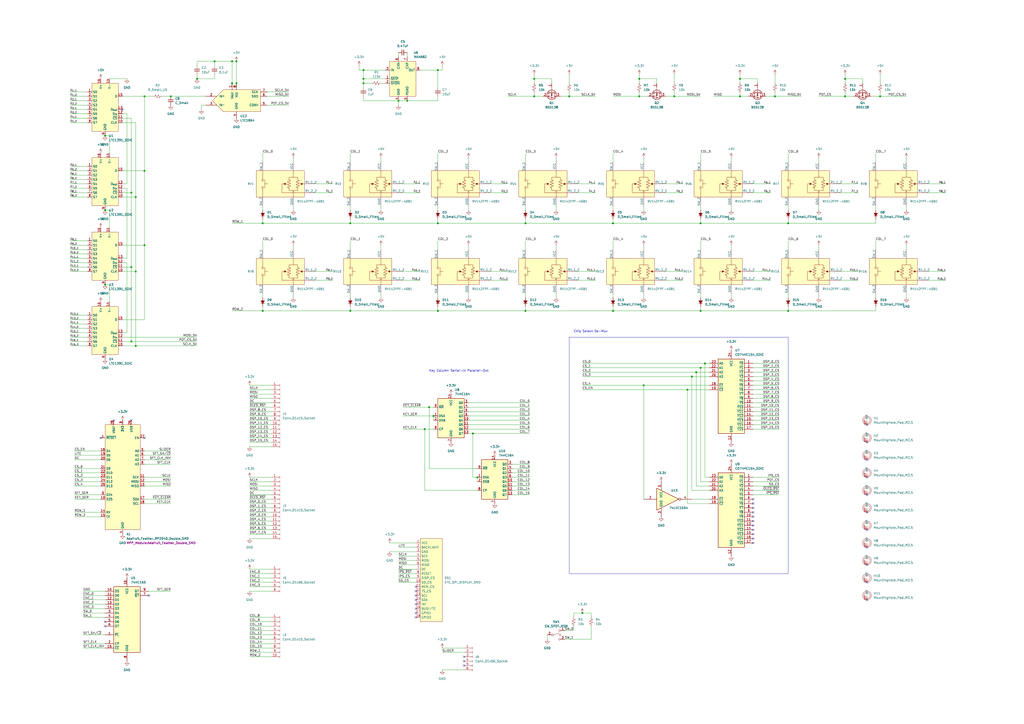
<source format=kicad_sch>
(kicad_sch (version 20230121) (generator eeschema)
  (paper "A2")
  (junction (at 83.82 99.06))
  (junction (at 99.06 55.88))
  (junction (at 330.2 55.88))
  (junction (at 152.4 180.34))
  (junction (at 254 180.34))
  (junction (at 403.86 215.9))
  (junction (at 137.16 35.56))
  (junction (at 449.58 55.88))
  (junction (at 355.6 180.34))
  (junction (at 134.62 48.26))
  (junction (at 398.78 226.06))
  (junction (at 210.82 40.64))
  (junction (at 429.26 55.88))
  (junction (at 83.82 55.88))
  (junction (at 248.92 236.22))
  (junction (at 391.16 55.88))
  (junction (at 304.8 180.34))
  (junction (at 210.82 48.26))
  (junction (at 457.2 180.34))
  (junction (at 78.74 114.3))
  (junction (at 373.38 223.52))
  (junction (at 370.84 45.72))
  (junction (at 236.22 58.42))
  (junction (at 203.2 129.54))
  (junction (at 83.82 142.24))
  (junction (at 406.4 213.36))
  (junction (at 510.54 55.88))
  (junction (at 309.88 55.88))
  (junction (at 137.16 48.26))
  (junction (at 309.88 45.72))
  (junction (at 60.96 121.92))
  (junction (at 114.3 45.72))
  (junction (at 274.32 251.46))
  (junction (at 406.4 129.54))
  (junction (at 60.96 165.1))
  (junction (at 254 129.54))
  (junction (at 203.2 180.34))
  (junction (at 490.22 45.72))
  (junction (at 251.46 241.3))
  (junction (at 370.84 55.88))
  (junction (at 408.94 210.82))
  (junction (at 152.4 129.54))
  (junction (at 304.8 129.54))
  (junction (at 76.2 198.12))
  (junction (at 78.74 157.48))
  (junction (at 429.26 45.72))
  (junction (at 490.22 55.88))
  (junction (at 276.86 276.86))
  (junction (at 457.2 129.54))
  (junction (at 60.96 78.74))
  (junction (at 124.46 35.56))
  (junction (at 406.4 180.34))
  (junction (at 76.2 111.76))
  (junction (at 254 40.64))
  (junction (at 401.32 218.44))
  (junction (at 355.6 129.54))
  (junction (at 78.74 200.66))
  (junction (at 231.14 58.42))
  (junction (at 246.38 248.92))
  (junction (at 76.2 154.94))
  (junction (at 337.82 355.6))
  (junction (at 134.62 35.56))
  (junction (at 210.82 45.72))
  (no_connect (at 502.92 337.82))
  (no_connect (at 502.92 327.66))
  (no_connect (at 436.88 302.26))
  (no_connect (at 502.92 317.5))
  (no_connect (at 436.88 314.96))
  (no_connect (at 86.36 345.44))
  (no_connect (at 241.3 345.44))
  (no_connect (at 269.24 381))
  (no_connect (at 502.92 276.86))
  (no_connect (at 436.88 307.34))
  (no_connect (at 436.88 292.1))
  (no_connect (at 502.92 347.98))
  (no_connect (at 436.88 294.64))
  (no_connect (at 502.92 246.38))
  (no_connect (at 241.3 340.36))
  (no_connect (at 502.92 266.7))
  (no_connect (at 436.88 309.88))
  (no_connect (at 241.3 355.6))
  (no_connect (at 58.42 254))
  (no_connect (at 502.92 287.02))
  (no_connect (at 241.3 353.06))
  (no_connect (at 241.3 350.52))
  (no_connect (at 436.88 312.42))
  (no_connect (at 241.3 342.9))
  (no_connect (at 436.88 297.18))
  (no_connect (at 502.92 297.18))
  (no_connect (at 241.3 358.14))
  (no_connect (at 66.04 243.84))
  (no_connect (at 436.88 289.56))
  (no_connect (at 436.88 299.72))
  (no_connect (at 83.82 254))
  (no_connect (at 502.92 256.54))
  (no_connect (at 269.24 386.08))
  (no_connect (at 76.2 243.84))
  (no_connect (at 71.12 63.5))
  (no_connect (at 436.88 304.8))
  (no_connect (at 60.96 360.68))
  (no_connect (at 269.24 383.54))
  (no_connect (at 502.92 307.34))
  (no_connect (at 241.3 347.98))
  (no_connect (at 60.96 363.22))
  (wire (pts (xy 386.08 157.48) (xy 396.24 157.48)))
  (wire (pts (xy 40.64 149.86) (xy 50.8 149.86)))
  (wire (pts (xy 78.74 200.66) (xy 78.74 157.48)))
  (wire (pts (xy 406.4 213.36) (xy 411.48 213.36)))
  (wire (pts (xy 203.2 139.7) (xy 203.2 144.78)))
  (wire (pts (xy 83.82 261.62) (xy 99.06 261.62)))
  (wire (pts (xy 439.42 45.72) (xy 429.26 45.72)))
  (wire (pts (xy 256.54 375.92) (xy 269.24 375.92)))
  (wire (pts (xy 294.64 55.88) (xy 309.88 55.88)))
  (wire (pts (xy 40.64 58.42) (xy 50.8 58.42)))
  (wire (pts (xy 63.5 132.08) (xy 63.5 121.92)))
  (wire (pts (xy 510.54 55.88) (xy 525.78 55.88)))
  (wire (pts (xy 71.12 198.12) (xy 76.2 198.12)))
  (wire (pts (xy 144.78 363.22) (xy 157.48 363.22)))
  (wire (pts (xy 457.2 88.9) (xy 457.2 93.98)))
  (wire (pts (xy 40.64 55.88) (xy 50.8 55.88)))
  (wire (pts (xy 83.82 99.06) (xy 71.12 99.06)))
  (wire (pts (xy 439.42 48.26) (xy 439.42 45.72)))
  (wire (pts (xy 436.88 231.14) (xy 452.12 231.14)))
  (wire (pts (xy 297.18 284.48) (xy 307.34 284.48)))
  (wire (pts (xy 83.82 266.7) (xy 99.06 266.7)))
  (wire (pts (xy 436.88 246.38) (xy 452.12 246.38)))
  (wire (pts (xy 254 180.34) (xy 304.8 180.34)))
  (wire (pts (xy 444.5 55.88) (xy 449.58 55.88)))
  (wire (pts (xy 271.78 238.76) (xy 307.34 238.76)))
  (wire (pts (xy 78.74 114.3) (xy 78.74 71.12)))
  (wire (pts (xy 373.38 119.38) (xy 373.38 121.92)))
  (wire (pts (xy 436.88 228.6) (xy 452.12 228.6)))
  (wire (pts (xy 144.78 302.26) (xy 157.48 302.26)))
  (wire (pts (xy 436.88 236.22) (xy 452.12 236.22)))
  (wire (pts (xy 457.2 139.7) (xy 457.2 144.78)))
  (wire (pts (xy 490.22 53.34) (xy 490.22 55.88)))
  (wire (pts (xy 424.18 142.24) (xy 424.18 144.78)))
  (wire (pts (xy 210.82 45.72) (xy 210.82 40.64)))
  (wire (pts (xy 487.68 162.56) (xy 497.84 162.56)))
  (wire (pts (xy 71.12 193.04) (xy 73.66 193.04)))
  (wire (pts (xy 124.46 35.56) (xy 124.46 38.1)))
  (wire (pts (xy 144.78 378.46) (xy 157.48 378.46)))
  (wire (pts (xy 505.46 55.88) (xy 510.54 55.88)))
  (wire (pts (xy 152.4 170.18) (xy 152.4 172.72)))
  (wire (pts (xy 40.64 104.14) (xy 50.8 104.14)))
  (wire (pts (xy 274.32 251.46) (xy 307.34 251.46)))
  (wire (pts (xy 231.14 335.28) (xy 241.3 335.28)))
  (wire (pts (xy 320.04 45.72) (xy 309.88 45.72)))
  (wire (pts (xy 83.82 264.16) (xy 99.06 264.16)))
  (wire (pts (xy 144.78 256.54) (xy 157.48 256.54)))
  (wire (pts (xy 406.4 279.4) (xy 406.4 213.36)))
  (wire (pts (xy 510.54 43.18) (xy 510.54 48.26)))
  (wire (pts (xy 144.78 309.88) (xy 157.48 309.88)))
  (wire (pts (xy 381 48.26) (xy 381 45.72)))
  (wire (pts (xy 114.3 35.56) (xy 124.46 35.56)))
  (wire (pts (xy 124.46 45.72) (xy 124.46 43.18)))
  (wire (pts (xy 152.4 119.38) (xy 152.4 121.92)))
  (wire (pts (xy 449.58 55.88) (xy 449.58 53.34)))
  (wire (pts (xy 406.4 129.54) (xy 457.2 129.54)))
  (wire (pts (xy 408.94 210.82) (xy 408.94 276.86)))
  (wire (pts (xy 144.78 375.92) (xy 157.48 375.92)))
  (wire (pts (xy 373.38 91.44) (xy 373.38 93.98)))
  (wire (pts (xy 424.18 91.44) (xy 424.18 93.98)))
  (wire (pts (xy 474.98 55.88) (xy 490.22 55.88)))
  (wire (pts (xy 76.2 111.76) (xy 71.12 111.76)))
  (wire (pts (xy 83.82 99.06) (xy 83.82 55.88)))
  (wire (pts (xy 457.2 127) (xy 457.2 129.54)))
  (wire (pts (xy 254 170.18) (xy 254 172.72)))
  (wire (pts (xy 474.98 170.18) (xy 474.98 172.72)))
  (wire (pts (xy 325.12 55.88) (xy 330.2 55.88)))
  (wire (pts (xy 304.8 129.54) (xy 355.6 129.54)))
  (wire (pts (xy 182.88 162.56) (xy 193.04 162.56)))
  (wire (pts (xy 254 50.8) (xy 254 40.64)))
  (wire (pts (xy 40.64 147.32) (xy 50.8 147.32)))
  (wire (pts (xy 525.78 142.24) (xy 525.78 144.78)))
  (wire (pts (xy 236.22 30.48) (xy 236.22 33.02)))
  (wire (pts (xy 254 139.7) (xy 254 144.78)))
  (wire (pts (xy 144.78 304.8) (xy 157.48 304.8)))
  (wire (pts (xy 203.2 129.54) (xy 254 129.54)))
  (wire (pts (xy 508 170.18) (xy 508 172.72)))
  (wire (pts (xy 40.64 106.68) (xy 50.8 106.68)))
  (wire (pts (xy 411.48 276.86) (xy 408.94 276.86)))
  (wire (pts (xy 254 55.88) (xy 254 58.42)))
  (wire (pts (xy 436.88 215.9) (xy 452.12 215.9)))
  (wire (pts (xy 40.64 198.12) (xy 50.8 198.12)))
  (wire (pts (xy 203.2 177.8) (xy 203.2 180.34)))
  (wire (pts (xy 457.2 170.18) (xy 457.2 172.72)))
  (wire (pts (xy 276.86 276.86) (xy 276.86 279.4)))
  (wire (pts (xy 508 119.38) (xy 508 121.92)))
  (wire (pts (xy 43.18 289.56) (xy 58.42 289.56)))
  (wire (pts (xy 43.18 299.72) (xy 58.42 299.72)))
  (wire (pts (xy 40.64 111.76) (xy 50.8 111.76)))
  (wire (pts (xy 48.26 358.14) (xy 60.96 358.14)))
  (wire (pts (xy 391.16 55.88) (xy 391.16 53.34)))
  (wire (pts (xy 538.48 106.68) (xy 548.64 106.68)))
  (wire (pts (xy 231.14 330.2) (xy 241.3 330.2)))
  (wire (pts (xy 231.14 327.66) (xy 241.3 327.66)))
  (wire (pts (xy 83.82 279.4) (xy 99.06 279.4)))
  (wire (pts (xy 144.78 381) (xy 157.48 381)))
  (wire (pts (xy 337.82 213.36) (xy 406.4 213.36)))
  (wire (pts (xy 40.64 68.58) (xy 50.8 68.58)))
  (wire (pts (xy 403.86 215.9) (xy 411.48 215.9)))
  (wire (pts (xy 231.14 337.82) (xy 241.3 337.82)))
  (wire (pts (xy 144.78 284.48) (xy 157.48 284.48)))
  (wire (pts (xy 271.78 236.22) (xy 307.34 236.22)))
  (wire (pts (xy 210.82 58.42) (xy 231.14 58.42)))
  (wire (pts (xy 411.48 281.94) (xy 403.86 281.94)))
  (wire (pts (xy 48.26 355.6) (xy 60.96 355.6)))
  (wire (pts (xy 144.78 259.08) (xy 157.48 259.08)))
  (wire (pts (xy 144.78 373.38) (xy 157.48 373.38)))
  (wire (pts (xy 271.78 241.3) (xy 307.34 241.3)))
  (wire (pts (xy 248.92 271.78) (xy 248.92 236.22)))
  (wire (pts (xy 335.28 106.68) (xy 345.44 106.68)))
  (wire (pts (xy 73.66 106.68) (xy 73.66 66.04)))
  (wire (pts (xy 210.82 55.88) (xy 210.82 58.42)))
  (wire (pts (xy 332.74 358.14) (xy 332.74 355.6)))
  (wire (pts (xy 254 88.9) (xy 254 93.98)))
  (wire (pts (xy 436.88 281.94) (xy 452.12 281.94)))
  (wire (pts (xy 386.08 106.68) (xy 396.24 106.68)))
  (wire (pts (xy 144.78 287.02) (xy 157.48 287.02)))
  (wire (pts (xy 83.82 269.24) (xy 99.06 269.24)))
  (wire (pts (xy 48.26 353.06) (xy 60.96 353.06)))
  (wire (pts (xy 220.98 119.38) (xy 220.98 121.92)))
  (wire (pts (xy 203.2 88.9) (xy 203.2 93.98)))
  (wire (pts (xy 309.88 45.72) (xy 309.88 48.26)))
  (wire (pts (xy 71.12 195.58) (xy 114.3 195.58)))
  (wire (pts (xy 233.68 241.3) (xy 251.46 241.3)))
  (wire (pts (xy 71.12 106.68) (xy 73.66 106.68)))
  (wire (pts (xy 40.64 157.48) (xy 50.8 157.48)))
  (wire (pts (xy 510.54 55.88) (xy 510.54 53.34)))
  (wire (pts (xy 370.84 53.34) (xy 370.84 55.88)))
  (wire (pts (xy 144.78 294.64) (xy 157.48 294.64)))
  (wire (pts (xy 370.84 45.72) (xy 370.84 48.26)))
  (wire (pts (xy 170.18 119.38) (xy 170.18 121.92)))
  (wire (pts (xy 210.82 45.72) (xy 223.52 45.72)))
  (wire (pts (xy 304.8 88.9) (xy 304.8 93.98)))
  (wire (pts (xy 40.64 154.94) (xy 50.8 154.94)))
  (wire (pts (xy 152.4 180.34) (xy 203.2 180.34)))
  (wire (pts (xy 457.2 119.38) (xy 457.2 121.92)))
  (wire (pts (xy 40.64 60.96) (xy 50.8 60.96)))
  (wire (pts (xy 48.26 375.92) (xy 60.96 375.92)))
  (wire (pts (xy 406.4 119.38) (xy 406.4 121.92)))
  (wire (pts (xy 144.78 292.1) (xy 157.48 292.1)))
  (wire (pts (xy 342.9 355.6) (xy 337.82 355.6)))
  (wire (pts (xy 76.2 68.58) (xy 71.12 68.58)))
  (wire (pts (xy 83.82 55.88) (xy 71.12 55.88)))
  (wire (pts (xy 355.6 180.34) (xy 406.4 180.34)))
  (wire (pts (xy 63.5 45.72) (xy 73.66 45.72)))
  (wire (pts (xy 487.68 106.68) (xy 497.84 106.68)))
  (wire (pts (xy 436.88 243.84) (xy 452.12 243.84)))
  (wire (pts (xy 276.86 276.86) (xy 274.32 276.86)))
  (wire (pts (xy 40.64 144.78) (xy 50.8 144.78)))
  (wire (pts (xy 508 88.9) (xy 508 93.98)))
  (wire (pts (xy 330.2 55.88) (xy 345.44 55.88)))
  (wire (pts (xy 429.26 55.88) (xy 434.34 55.88)))
  (wire (pts (xy 144.78 254) (xy 157.48 254)))
  (wire (pts (xy 337.82 218.44) (xy 401.32 218.44)))
  (wire (pts (xy 83.82 281.94) (xy 99.06 281.94)))
  (wire (pts (xy 144.78 299.72) (xy 157.48 299.72)))
  (wire (pts (xy 83.82 55.88) (xy 88.9 55.88)))
  (wire (pts (xy 436.88 223.52) (xy 452.12 223.52)))
  (wire (pts (xy 210.82 48.26) (xy 210.82 45.72)))
  (wire (pts (xy 355.6 139.7) (xy 355.6 144.78)))
  (wire (pts (xy 144.78 241.3) (xy 157.48 241.3)))
  (wire (pts (xy 144.78 337.82) (xy 157.48 337.82)))
  (wire (pts (xy 137.16 50.8) (xy 137.16 48.26)))
  (wire (pts (xy 114.3 45.72) (xy 124.46 45.72)))
  (wire (pts (xy 330.2 43.18) (xy 330.2 48.26)))
  (wire (pts (xy 525.78 91.44) (xy 525.78 93.98)))
  (wire (pts (xy 327.66 365.76) (xy 332.74 365.76)))
  (wire (pts (xy 48.26 373.38) (xy 60.96 373.38)))
  (wire (pts (xy 436.88 218.44) (xy 452.12 218.44)))
  (wire (pts (xy 335.28 162.56) (xy 345.44 162.56)))
  (wire (pts (xy 525.78 119.38) (xy 525.78 121.92)))
  (wire (pts (xy 297.18 274.32) (xy 307.34 274.32)))
  (wire (pts (xy 93.98 55.88) (xy 99.06 55.88)))
  (wire (pts (xy 144.78 236.22) (xy 157.48 236.22)))
  (wire (pts (xy 322.58 142.24) (xy 322.58 144.78)))
  (wire (pts (xy 208.28 40.64) (xy 210.82 40.64)))
  (wire (pts (xy 63.5 165.1) (xy 60.96 165.1)))
  (wire (pts (xy 487.68 111.76) (xy 497.84 111.76)))
  (wire (pts (xy 436.88 233.68) (xy 452.12 233.68)))
  (wire (pts (xy 304.8 180.34) (xy 355.6 180.34)))
  (wire (pts (xy 406.4 180.34) (xy 457.2 180.34)))
  (wire (pts (xy 170.18 91.44) (xy 170.18 93.98)))
  (wire (pts (xy 274.32 251.46) (xy 274.32 276.86)))
  (wire (pts (xy 304.8 119.38) (xy 304.8 121.92)))
  (wire (pts (xy 144.78 246.38) (xy 157.48 246.38)))
  (wire (pts (xy 271.78 251.46) (xy 274.32 251.46)))
  (wire (pts (xy 116.84 60.96) (xy 116.84 63.5)))
  (wire (pts (xy 271.78 119.38) (xy 271.78 121.92)))
  (wire (pts (xy 355.6 55.88) (xy 370.84 55.88)))
  (wire (pts (xy 210.82 50.8) (xy 210.82 48.26)))
  (wire (pts (xy 251.46 241.3) (xy 251.46 243.84)))
  (wire (pts (xy 40.64 185.42) (xy 50.8 185.42)))
  (wire (pts (xy 144.78 358.14) (xy 157.48 358.14)))
  (wire (pts (xy 233.68 157.48) (xy 243.84 157.48)))
  (wire (pts (xy 401.32 218.44) (xy 411.48 218.44)))
  (wire (pts (xy 78.74 114.3) (xy 71.12 114.3)))
  (wire (pts (xy 50.8 195.58) (xy 40.64 195.58)))
  (wire (pts (xy 398.78 226.06) (xy 398.78 292.1)))
  (wire (pts (xy 144.78 370.84) (xy 157.48 370.84)))
  (wire (pts (xy 429.26 45.72) (xy 429.26 48.26)))
  (wire (pts (xy 40.64 71.12) (xy 50.8 71.12)))
  (wire (pts (xy 508 139.7) (xy 508 144.78)))
  (wire (pts (xy 144.78 330.2) (xy 157.48 330.2)))
  (wire (pts (xy 144.78 238.76) (xy 157.48 238.76)))
  (wire (pts (xy 330.2 55.88) (xy 330.2 53.34)))
  (wire (pts (xy 154.94 53.34) (xy 167.64 53.34)))
  (wire (pts (xy 297.18 269.24) (xy 307.34 269.24)))
  (wire (pts (xy 48.26 350.52) (xy 60.96 350.52)))
  (wire (pts (xy 370.84 43.18) (xy 370.84 45.72)))
  (wire (pts (xy 335.28 111.76) (xy 345.44 111.76)))
  (wire (pts (xy 144.78 335.28) (xy 157.48 335.28)))
  (wire (pts (xy 203.2 180.34) (xy 254 180.34)))
  (wire (pts (xy 391.16 43.18) (xy 391.16 48.26)))
  (wire (pts (xy 271.78 170.18) (xy 271.78 172.72)))
  (wire (pts (xy 381 45.72) (xy 370.84 45.72)))
  (wire (pts (xy 43.18 297.18) (xy 58.42 297.18)))
  (wire (pts (xy 40.64 101.6) (xy 50.8 101.6)))
  (wire (pts (xy 83.82 142.24) (xy 83.82 99.06)))
  (wire (pts (xy 43.18 279.4) (xy 58.42 279.4)))
  (wire (pts (xy 256.54 40.64) (xy 254 40.64)))
  (wire (pts (xy 386.08 111.76) (xy 396.24 111.76)))
  (wire (pts (xy 337.82 223.52) (xy 373.38 223.52)))
  (wire (pts (xy 144.78 340.36) (xy 157.48 340.36)))
  (wire (pts (xy 246.38 284.48) (xy 246.38 248.92)))
  (wire (pts (xy 271.78 243.84) (xy 307.34 243.84)))
  (wire (pts (xy 474.98 142.24) (xy 474.98 144.78)))
  (wire (pts (xy 304.8 139.7) (xy 304.8 144.78)))
  (wire (pts (xy 220.98 48.26) (xy 223.52 48.26)))
  (wire (pts (xy 152.4 139.7) (xy 152.4 144.78)))
  (wire (pts (xy 337.82 210.82) (xy 408.94 210.82)))
  (wire (pts (xy 43.18 287.02) (xy 58.42 287.02)))
  (wire (pts (xy 48.26 368.3) (xy 60.96 368.3)))
  (wire (pts (xy 243.84 40.64) (xy 254 40.64)))
  (wire (pts (xy 40.64 63.5) (xy 50.8 63.5)))
  (wire (pts (xy 73.66 109.22) (xy 71.12 109.22)))
  (wire (pts (xy 508 127) (xy 508 129.54)))
  (wire (pts (xy 284.48 106.68) (xy 294.64 106.68)))
  (wire (pts (xy 337.82 215.9) (xy 403.86 215.9)))
  (wire (pts (xy 487.68 157.48) (xy 497.84 157.48)))
  (wire (pts (xy 500.38 45.72) (xy 490.22 45.72)))
  (wire (pts (xy 63.5 88.9) (xy 63.5 78.74)))
  (wire (pts (xy 304.8 177.8) (xy 304.8 180.34)))
  (wire (pts (xy 411.48 284.48) (xy 401.32 284.48)))
  (wire (pts (xy 355.6 177.8) (xy 355.6 180.34)))
  (wire (pts (xy 386.08 162.56) (xy 396.24 162.56)))
  (wire (pts (xy 403.86 281.94) (xy 403.86 215.9)))
  (wire (pts (xy 76.2 198.12) (xy 76.2 154.94)))
  (wire (pts (xy 436.88 162.56) (xy 447.04 162.56)))
  (wire (pts (xy 40.64 66.04) (xy 50.8 66.04)))
  (wire (pts (xy 43.18 281.94) (xy 58.42 281.94)))
  (wire (pts (xy 40.64 190.5) (xy 50.8 190.5)))
  (wire (pts (xy 256.54 38.1) (xy 256.54 40.64)))
  (wire (pts (xy 134.62 129.54) (xy 152.4 129.54)))
  (wire (pts (xy 78.74 200.66) (xy 114.3 200.66)))
  (wire (pts (xy 119.38 60.96) (xy 116.84 60.96)))
  (wire (pts (xy 40.64 142.24) (xy 50.8 142.24)))
  (wire (pts (xy 414.02 55.88) (xy 429.26 55.88)))
  (wire (pts (xy 71.12 185.42) (xy 83.82 185.42)))
  (wire (pts (xy 144.78 307.34) (xy 157.48 307.34)))
  (wire (pts (xy 271.78 233.68) (xy 307.34 233.68)))
  (wire (pts (xy 144.78 289.56) (xy 157.48 289.56)))
  (wire (pts (xy 304.8 127) (xy 304.8 129.54)))
  (wire (pts (xy 391.16 55.88) (xy 406.4 55.88)))
  (wire (pts (xy 436.88 284.48) (xy 452.12 284.48)))
  (wire (pts (xy 73.66 193.04) (xy 73.66 152.4)))
  (wire (pts (xy 144.78 368.3) (xy 157.48 368.3)))
  (wire (pts (xy 254 119.38) (xy 254 121.92)))
  (wire (pts (xy 154.94 60.96) (xy 167.64 60.96)))
  (wire (pts (xy 233.68 236.22) (xy 248.92 236.22)))
  (wire (pts (xy 134.62 50.8) (xy 134.62 48.26)))
  (wire (pts (xy 436.88 238.76) (xy 452.12 238.76)))
  (wire (pts (xy 436.88 248.92) (xy 452.12 248.92)))
  (wire (pts (xy 144.78 297.18) (xy 157.48 297.18)))
  (wire (pts (xy 71.12 149.86) (xy 73.66 149.86)))
  (wire (pts (xy 411.48 292.1) (xy 398.78 292.1)))
  (wire (pts (xy 99.06 55.88) (xy 119.38 55.88)))
  (wire (pts (xy 40.64 99.06) (xy 50.8 99.06)))
  (wire (pts (xy 144.78 276.86) (xy 157.48 276.86)))
  (wire (pts (xy 233.68 248.92) (xy 246.38 248.92)))
  (wire (pts (xy 474.98 119.38) (xy 474.98 121.92)))
  (wire (pts (xy 424.18 170.18) (xy 424.18 172.72)))
  (wire (pts (xy 429.26 53.34) (xy 429.26 55.88)))
  (wire (pts (xy 144.78 342.9) (xy 157.48 342.9)))
  (wire (pts (xy 40.64 53.34) (xy 50.8 53.34)))
  (wire (pts (xy 40.64 114.3) (xy 50.8 114.3)))
  (wire (pts (xy 508 177.8) (xy 508 180.34)))
  (wire (pts (xy 254 127) (xy 254 129.54)))
  (wire (pts (xy 332.74 365.76) (xy 332.74 363.22)))
  (wire (pts (xy 43.18 276.86) (xy 58.42 276.86)))
  (wire (pts (xy 297.18 271.78) (xy 307.34 271.78)))
  (wire (pts (xy 144.78 365.76) (xy 157.48 365.76)))
  (wire (pts (xy 144.78 228.6) (xy 157.48 228.6)))
  (wire (pts (xy 490.22 45.72) (xy 490.22 48.26)))
  (wire (pts (xy 276.86 271.78) (xy 248.92 271.78)))
  (wire (pts (xy 309.88 43.18) (xy 309.88 45.72)))
  (wire (pts (xy 134.62 180.34) (xy 152.4 180.34)))
  (wire (pts (xy 83.82 292.1) (xy 99.06 292.1)))
  (wire (pts (xy 208.28 38.1) (xy 208.28 40.64)))
  (wire (pts (xy 83.82 142.24) (xy 71.12 142.24)))
  (wire (pts (xy 48.26 347.98) (xy 60.96 347.98)))
  (wire (pts (xy 500.38 48.26) (xy 500.38 45.72)))
  (wire (pts (xy 71.12 200.66) (xy 78.74 200.66)))
  (wire (pts (xy 304.8 170.18) (xy 304.8 172.72)))
  (wire (pts (xy 63.5 175.26) (xy 63.5 165.1)))
  (wire (pts (xy 220.98 170.18) (xy 220.98 172.72)))
  (wire (pts (xy 152.4 129.54) (xy 203.2 129.54)))
  (wire (pts (xy 40.64 109.22) (xy 50.8 109.22)))
  (wire (pts (xy 144.78 243.84) (xy 157.48 243.84)))
  (wire (pts (xy 436.88 157.48) (xy 447.04 157.48)))
  (wire (pts (xy 538.48 162.56) (xy 548.64 162.56)))
  (wire (pts (xy 40.64 187.96) (xy 50.8 187.96)))
  (wire (pts (xy 490.22 55.88) (xy 495.3 55.88)))
  (wire (pts (xy 436.88 111.76) (xy 447.04 111.76)))
  (wire (pts (xy 210.82 40.64) (xy 223.52 40.64)))
  (wire (pts (xy 86.36 342.9) (xy 99.06 342.9)))
  (wire (pts (xy 490.22 43.18) (xy 490.22 45.72)))
  (wire (pts (xy 271.78 142.24) (xy 271.78 144.78)))
  (wire (pts (xy 436.88 220.98) (xy 452.12 220.98)))
  (wire (pts (xy 231.14 322.58) (xy 241.3 322.58)))
  (wire (pts (xy 231.14 30.48) (xy 231.14 33.02)))
  (wire (pts (xy 226.06 320.04) (xy 241.3 320.04)))
  (wire (pts (xy 297.18 287.02) (xy 307.34 287.02)))
  (wire (pts (xy 182.88 111.76) (xy 193.04 111.76)))
  (wire (pts (xy 297.18 279.4) (xy 307.34 279.4)))
  (wire (pts (xy 134.62 35.56) (xy 134.62 48.26)))
  (wire (pts (xy 78.74 71.12) (xy 71.12 71.12)))
  (wire (pts (xy 424.18 119.38) (xy 424.18 121.92)))
  (wire (pts (xy 457.2 129.54) (xy 508 129.54)))
  (wire (pts (xy 317.5 368.3) (xy 317.5 370.84)))
  (wire (pts (xy 256.54 378.46) (xy 269.24 378.46)))
  (wire (pts (xy 144.78 251.46) (xy 157.48 251.46)))
  (wire (pts (xy 231.14 58.42) (xy 231.14 60.96)))
  (wire (pts (xy 408.94 210.82) (xy 411.48 210.82)))
  (wire (pts (xy 271.78 91.44) (xy 271.78 93.98)))
  (wire (pts (xy 78.74 157.48) (xy 78.74 114.3)))
  (wire (pts (xy 429.26 43.18) (xy 429.26 45.72)))
  (wire (pts (xy 144.78 223.52) (xy 157.48 223.52)))
  (wire (pts (xy 154.94 55.88) (xy 167.64 55.88)))
  (wire (pts (xy 284.48 157.48) (xy 294.64 157.48)))
  (wire (pts (xy 457.2 177.8) (xy 457.2 180.34)))
  (wire (pts (xy 233.68 162.56) (xy 243.84 162.56)))
  (wire (pts (xy 144.78 233.68) (xy 157.48 233.68)))
  (wire (pts (xy 254 58.42) (xy 236.22 58.42)))
  (wire (pts (xy 436.88 287.02) (xy 452.12 287.02)))
  (wire (pts (xy 406.4 170.18) (xy 406.4 172.72)))
  (wire (pts (xy 43.18 261.62) (xy 58.42 261.62)))
  (wire (pts (xy 76.2 111.76) (xy 76.2 68.58)))
  (wire (pts (xy 436.88 226.06) (xy 452.12 226.06)))
  (wire (pts (xy 40.64 152.4) (xy 50.8 152.4)))
  (wire (pts (xy 297.18 276.86) (xy 307.34 276.86)))
  (wire (pts (xy 203.2 119.38) (xy 203.2 121.92)))
  (wire (pts (xy 355.6 129.54) (xy 406.4 129.54)))
  (wire (pts (xy 78.74 157.48) (xy 71.12 157.48)))
  (wire (pts (xy 182.88 106.68) (xy 193.04 106.68)))
  (wire (pts (xy 144.78 281.94) (xy 157.48 281.94)))
  (wire (pts (xy 373.38 170.18) (xy 373.38 172.72)))
  (wire (pts (xy 124.46 35.56) (xy 134.62 35.56)))
  (wire (pts (xy 40.64 139.7) (xy 50.8 139.7)))
  (wire (pts (xy 342.9 370.84) (xy 342.9 363.22)))
  (wire (pts (xy 210.82 48.26) (xy 215.9 48.26)))
  (wire (pts (xy 355.6 88.9) (xy 355.6 93.98)))
  (wire (pts (xy 43.18 274.32) (xy 58.42 274.32)))
  (wire (pts (xy 152.4 177.8) (xy 152.4 180.34)))
  (wire (pts (xy 73.66 149.86) (xy 73.66 109.22)))
  (wire (pts (xy 182.88 157.48) (xy 193.04 157.48)))
  (wire (pts (xy 76.2 154.94) (xy 76.2 111.76)))
  (wire (pts (xy 538.48 157.48) (xy 548.64 157.48)))
  (wire (pts (xy 327.66 370.84) (xy 342.9 370.84)))
  (wire (pts (xy 170.18 170.18) (xy 170.18 172.72)))
  (wire (pts (xy 436.88 210.82) (xy 452.12 210.82)))
  (wire (pts (xy 322.58 170.18) (xy 322.58 172.72)))
  (wire (pts (xy 271.78 246.38) (xy 307.34 246.38)))
  (wire (pts (xy 231.14 58.42) (xy 236.22 58.42)))
  (wire (pts (xy 436.88 279.4) (xy 452.12 279.4)))
  (wire (pts (xy 406.4 88.9) (xy 406.4 93.98)))
  (wire (pts (xy 406.4 139.7) (xy 406.4 144.78)))
  (wire (pts (xy 256.54 388.62) (xy 269.24 388.62)))
  (wire (pts (xy 76.2 198.12) (xy 114.3 198.12)))
  (wire (pts (xy 83.82 276.86) (xy 99.06 276.86)))
  (wire (pts (xy 144.78 312.42) (xy 157.48 312.42)))
  (wire (pts (xy 525.78 170.18) (xy 525.78 172.72)))
  (wire (pts (xy 233.68 106.68) (xy 243.84 106.68)))
  (wire (pts (xy 114.3 35.56) (xy 114.3 38.1)))
  (wire (pts (xy 83.82 289.56) (xy 99.06 289.56)))
  (wire (pts (xy 48.26 342.9) (xy 60.96 342.9)))
  (wire (pts (xy 144.78 226.06) (xy 157.48 226.06)))
  (wire (pts (xy 43.18 271.78) (xy 58.42 271.78)))
  (wire (pts (xy 373.38 223.52) (xy 373.38 289.56)))
  (wire (pts (xy 63.5 121.92) (xy 60.96 121.92)))
  (wire (pts (xy 474.98 91.44) (xy 474.98 93.98)))
  (wire (pts (xy 538.48 111.76) (xy 548.64 111.76)))
  (wire (pts (xy 233.68 111.76) (xy 243.84 111.76)))
  (wire (pts (xy 231.14 332.74) (xy 241.3 332.74)))
  (wire (pts (xy 220.98 142.24) (xy 220.98 144.78)))
  (wire (pts (xy 43.18 266.7) (xy 58.42 266.7)))
  (wire (pts (xy 386.08 55.88) (xy 391.16 55.88)))
  (wire (pts (xy 457.2 180.34) (xy 508 180.34)))
  (wire (pts (xy 449.58 55.88) (xy 464.82 55.88)))
  (wire (pts (xy 398.78 226.06) (xy 411.48 226.06)))
  (wire (pts (xy 40.64 200.66) (xy 50.8 200.66)))
  (wire (pts (xy 134.62 35.56) (xy 137.16 35.56)))
  (wire (pts (xy 48.26 345.44) (xy 60.96 345.44)))
  (wire (pts (xy 411.48 279.4) (xy 406.4 279.4)))
  (wire (pts (xy 203.2 127) (xy 203.2 129.54)))
  (wire (pts (xy 73.66 152.4) (xy 71.12 152.4)))
  (wire (pts (xy 342.9 358.14) (xy 342.9 355.6)))
  (wire (pts (xy 40.64 193.04) (xy 50.8 193.04)))
  (wire (pts (xy 40.64 96.52) (xy 50.8 96.52)))
  (wire (pts (xy 271.78 248.92) (xy 307.34 248.92)))
  (wire (pts (xy 144.78 231.14) (xy 157.48 231.14)))
  (wire (pts (xy 309.88 53.34) (xy 309.88 55.88)))
  (wire (pts (xy 406.4 127) (xy 406.4 129.54)))
  (wire (pts (xy 332.74 355.6) (xy 337.82 355.6)))
  (wire (pts (xy 320.04 48.26) (xy 320.04 45.72)))
  (wire (pts (xy 322.58 91.44) (xy 322.58 93.98)))
  (wire (pts (xy 231.14 325.12) (xy 241.3 325.12)))
  (wire (pts (xy 370.84 55.88) (xy 375.92 55.88)))
  (wire (pts (xy 284.48 162.56) (xy 294.64 162.56)))
  (wire (pts (xy 254 177.8) (xy 254 180.34)))
  (wire (pts (xy 337.82 226.06) (xy 398.78 226.06)))
  (wire (pts (xy 83.82 185.42) (xy 83.82 142.24)))
  (wire (pts (xy 436.88 213.36) (xy 452.12 213.36)))
  (wire (pts (xy 144.78 360.68) (xy 157.48 360.68)))
  (wire (pts (xy 226.06 314.96) (xy 241.3 314.96)))
  (wire (pts (xy 73.66 66.04) (xy 71.12 66.04)))
  (wire (pts (xy 355.6 170.18) (xy 355.6 172.72)))
  (wire (pts (xy 203.2 170.18) (xy 203.2 172.72)))
  (wire (pts (xy 152.4 88.9) (xy 152.4 93.98)))
  (wire (pts (xy 220.98 91.44) (xy 220.98 93.98)))
  (wire (pts (xy 114.3 43.18) (xy 114.3 45.72)))
  (wire (pts (xy 401.32 284.48) (xy 401.32 218.44)))
  (wire (pts (xy 43.18 264.16) (xy 58.42 264.16)))
  (wire (pts (xy 355.6 119.38) (xy 355.6 121.92)))
  (wire (pts (xy 248.92 236.22) (xy 251.46 236.22)))
  (wire (pts (xy 297.18 281.94) (xy 307.34 281.94)))
  (wire (pts (xy 170.18 142.24) (xy 170.18 144.78)))
  (wire (pts (xy 231.14 317.5) (xy 241.3 317.5)))
  (wire (pts (xy 355.6 127) (xy 355.6 129.54)))
  (wire (pts (xy 309.88 55.88) (xy 314.96 55.88)))
  (wire (pts (xy 436.88 106.68) (xy 447.04 106.68)))
  (wire (pts (xy 137.16 35.56) (xy 137.16 48.26)))
  (wire (pts (xy 63.5 78.74) (xy 60.96 78.74)))
  (wire (pts (xy 144.78 332.74) (xy 157.48 332.74)))
  (wire (pts (xy 335.28 157.48) (xy 345.44 157.48)))
  (wire (pts (xy 373.38 142.24) (xy 373.38 144.78)))
  (wire (pts (xy 401.32 289.56) (xy 411.48 289.56)))
  (wire (pts (xy 144.78 248.92) (xy 157.48 248.92)))
  (wire (pts (xy 144.78 279.4) (xy 157.48 279.4)))
  (wire (pts (xy 76.2 154.94) (xy 71.12 154.94)))
  (wire (pts (xy 254 129.54) (xy 304.8 129.54)))
  (wire (pts (xy 322.58 119.38) (xy 322.58 121.92)))
  (wire (pts (xy 436.88 241.3) (xy 452.12 241.3)))
  (wire (pts (xy 406.4 177.8) (xy 406.4 180.34)))
  (wire (pts (xy 276.86 284.48) (xy 246.38 284.48)))
  (wire (pts (xy 246.38 248.92) (xy 251.46 248.92)))
  (wire (pts (xy 411.48 223.52) (xy 373.38 223.52)))
  (wire (pts (xy 449.58 43.18) (xy 449.58 48.26)))
  (wire (pts (xy 40.64 182.88) (xy 50.8 182.88)))
  (wire (pts (xy 284.48 111.76) (xy 294.64 111.76)))
  (wire (pts (xy 152.4 127) (xy 152.4 129.54)))
  (wire (pts (xy 436.88 276.86) (xy 452.12 276.86)))
  (rectangle (start 330.2 195.58) (end 457.2 332.74))
  (text "Chip Select De-Mux" (at 332.74 193.04 0) (effects (font (size 1.27 1.27)) (justify left bottom)))
  (text "Key Column Serial-In Parallel-Out" (at 248.92 215.9 0) (effects (font (size 1.27 1.27)) (justify left bottom)))
  (label "DSP_10_CS" (at 144.78 243.84 0))
  (label "MISO" (at 414.02 55.88 0))
  (label "DSP_0_CS" (at 144.78 292.1 0))
  (label "SFT_CLK" (at 99.06 269.24 180))
  (label "MISO" (at 144.78 231.14 0))
  (label "SFT_SER" (at 43.18 287.02 0))
  (label "A_{3_2}" (at 40.64 66.04 0))
  (label "MISO" (at 144.78 284.48 0))
  (label "A_{15_1}" (at 40.64 193.04 0))
  (label "A_{16_1}" (at 548.64 157.48 180))
  (label "MISO_5V" (at 167.64 55.88 180))
  (label "DSP_7_CS" (at 144.78 309.88 0))
  (label "COL_8" (at 144.78 358.14 0))
  (label "ROW_1" (at 134.62 129.54 0))
  (label "KEY_SER" (at 43.18 289.56 0))
  (label "DSP_2_CS" (at 144.78 297.18 0))
  (label "DSP_1_CS" (at 144.78 294.64 0))
  (label "GND" (at 48.26 342.9 0))
  (label "A_{12_2}" (at 40.64 157.48 0))
  (label "POT_CS" (at 452.12 279.4 180))
  (label "DSP_9_CS" (at 144.78 241.3 0))
  (label "COL_5" (at 406.4 88.9 0))
  (label "COL_7" (at 307.34 251.46 180))
  (label "DSP_8_CS" (at 452.12 231.14 180))
  (label "COL_1" (at 307.34 236.22 180))
  (label "COL_1" (at 203.2 88.9 0))
  (label "COL_12" (at 144.78 368.3 0))
  (label "A_{14_2}" (at 447.04 162.56 180))
  (label "COL_14" (at 307.34 284.48 180))
  (label "IPS_CS" (at 452.12 276.86 180))
  (label "MOSI" (at 355.6 55.88 0))
  (label "COL_5" (at 406.4 139.7 0))
  (label "SD_CS" (at 452.12 281.94 180))
  (label "A_{4_2}" (at 40.64 71.12 0))
  (label "A_{13_2}" (at 40.64 185.42 0))
  (label "DSP_1_CS" (at 452.12 213.36 180))
  (label "A_{10_1}" (at 243.84 157.48 180))
  (label "MISO_5V" (at 464.82 55.88 180))
  (label "MOSI_5V" (at 406.4 55.88 180))
  (label "COL_4" (at 355.6 139.7 0))
  (label "A_{14_1}" (at 447.04 157.48 180))
  (label "COL_14" (at 144.78 373.38 0))
  (label "A_{9_2}" (at 193.04 162.56 180))
  (label "COL_13" (at 144.78 370.84 0))
  (label "A_{2_2}" (at 40.64 60.96 0))
  (label "SFT_SH{slash}~{LD}" (at 48.26 368.3 0))
  (label "COL_5" (at 307.34 246.38 180))
  (label "ENC_0" (at 144.78 332.74 0))
  (label "MISO" (at 231.14 327.66 0))
  (label "ENC_1" (at 144.78 335.28 0))
  (label "SCLK_5V" (at 345.44 55.88 180))
  (label "DC" (at 144.78 233.68 0))
  (label "ROW_1" (at 144.78 378.46 0))
  (label "A_{12_2}" (at 345.44 162.56 180))
  (label "SW_0" (at 327.66 365.76 0))
  (label "A_{13_1}" (at 40.64 182.88 0))
  (label "A_{5_1}" (at 40.64 96.52 0))
  (label "KEY_CLK" (at 233.68 248.92 0))
  (label "A_{7_1}" (at 40.64 106.68 0))
  (label "SD_CS" (at 231.14 337.82 0))
  (label "CS_2" (at 43.18 276.86 0))
  (label "COL_10" (at 144.78 363.22 0))
  (label "DC" (at 144.78 287.02 0))
  (label "LITE" (at 43.18 264.16 0))
  (label "SCLK" (at 99.06 276.86 180))
  (label "DSP_15_CS" (at 144.78 256.54 0))
  (label "SFT_CLK_INH" (at 99.06 266.7 180))
  (label "SFT_CLK" (at 48.26 373.38 0))
  (label "DSP_14_CS" (at 452.12 246.38 180))
  (label "A_{4_2}" (at 345.44 111.76 180))
  (label "DSP_6_CS" (at 144.78 307.34 0))
  (label "DSP_4_CS" (at 452.12 220.98 180))
  (label "A_{15_1}" (at 497.84 157.48 180))
  (label "COL_3" (at 307.34 241.3 180))
  (label "CS_EN" (at 337.82 226.06 0))
  (label "COL_0" (at 307.34 233.68 180))
  (label "POT_CS" (at 474.98 55.88 0))
  (label "A_{10_2}" (at 40.64 147.32 0))
  (label "CS_0" (at 337.82 210.82 0))
  (label "A_{1_1}" (at 40.64 53.34 0))
  (label "DC" (at 231.14 330.2 0))
  (label "ENC_2" (at 144.78 337.82 0))
  (label "COL_3" (at 304.8 139.7 0))
  (label "A_{12_1}" (at 345.44 157.48 180))
  (label "A_{7_2}" (at 497.84 111.76 180))
  (label "A_{6_2}" (at 40.64 104.14 0))
  (label "DSP_3_CS" (at 452.12 218.44 180))
  (label "A_{11_1}" (at 294.64 157.48 180))
  (label "A_{2_2}" (at 243.84 111.76 180))
  (label "A_{6_1}" (at 447.04 106.68 180))
  (label "A_{9_2}" (at 40.64 142.24 0))
  (label "COL_0" (at 152.4 139.7 0))
  (label "POT_CS_5V" (at 167.64 60.96 180))
  (label "A_{9_1}" (at 40.64 139.7 0))
  (label "A_{4_1}" (at 40.64 68.58 0))
  (label "COL_1" (at 203.2 139.7 0))
  (label "A_{9_1}" (at 193.04 157.48 180))
  (label "DSP_12_CS" (at 452.12 241.3 180))
  (label "DSP_7_CS" (at 452.12 228.6 180))
  (label "KEY_CLK" (at 99.06 292.1 180))
  (label "SCLK" (at 294.64 55.88 0))
  (label "SFT_SH{slash}~{LD}" (at 99.06 264.16 180))
  (label "DSP_5_CS" (at 144.78 304.8 0))
  (label "A_{8_2}" (at 548.64 111.76 180))
  (label "DSP_13_CS" (at 452.12 243.84 180))
  (label "DSP_3_CS" (at 144.78 299.72 0))
  (label "A_{1_2}" (at 40.64 55.88 0))
  (label "COL_4" (at 355.6 88.9 0))
  (label "A_{2_1}" (at 243.84 106.68 180))
  (label "COL_11" (at 307.34 276.86 180))
  (label "CS_2" (at 337.82 215.9 0))
  (label "A_{3_1}" (at 40.64 63.5 0))
  (label "COL_7" (at 508 88.9 0))
  (label "ROW_1" (at 43.18 297.18 0))
  (label "DSP_2_CS" (at 452.12 215.9 180))
  (label "DSP_15_CS" (at 452.12 248.92 180))
  (label "A_{6_2}" (at 447.04 111.76 180))
  (label "~{IPS_RST}" (at 452.12 287.02 180))
  (label "CS_3" (at 43.18 279.4 0))
  (label "DSP_10_CS" (at 452.12 236.22 180))
  (label "ENC_0" (at 48.26 345.44 0))
  (label "~{IPS_RST}" (at 231.14 332.74 0))
  (label "COL_11" (at 144.78 365.76 0))
  (label "COL_10" (at 307.34 274.32 180))
  (label "SLIDER" (at 256.54 378.46 0))
  (label "~{OLED_RST}" (at 144.78 289.56 0))
  (label "COL_13" (at 307.34 281.94 180))
  (label "A_{15_2}" (at 497.84 162.56 180))
  (label "SCLK" (at 144.78 279.4 0))
  (label "COL_9" (at 307.34 271.78 180))
  (label "A_{7_2}" (at 40.64 109.22 0))
  (label "MOSI_5V" (at 114.3 195.58 180))
  (label "A_{1_1}" (at 193.04 106.68 180))
  (label "MOSI" (at 144.78 228.6 0))
  (label "A_{12_1}" (at 40.64 154.94 0))
  (label "ENC_3" (at 144.78 340.36 0))
  (label "A_{4_1}" (at 345.44 106.68 180))
  (label "A_{14_1}" (at 40.64 187.96 0))
  (label "SW_1" (at 48.26 358.14 0))
  (label "COL_2" (at 254 88.9 0))
  (label "CS_EN" (at 43.18 261.62 0))
  (label "CS_4" (at 43.18 281.94 0))
  (label "COL_6" (at 457.2 139.7 0))
  (label "CS_0" (at 43.18 271.78 0))
  (label "MOSI" (at 231.14 325.12 0))
  (label "A_{11_2}" (at 294.64 162.56 180))
  (label "A_{15_2}" (at 40.64 195.58 0))
  (label "A_{8_1}" (at 40.64 111.76 0))
  (label "DSP_14_CS" (at 144.78 254 0))
  (label "COL_0" (at 152.4 88.9 0))
  (label "A_{10_1}" (at 40.64 144.78 0))
  (label "~{OLED_RST}" (at 452.12 284.48 180))
  (label "A_{11_1}" (at 40.64 149.86 0))
  (label "SCLK" (at 231.14 322.58 0))
  (label "SCLK_5V" (at 167.64 53.34 180))
  (label "MOSI" (at 144.78 281.94 0))
  (label "DSP_6_CS" (at 452.12 226.06 180))
  (label "DSP_4_CS" (at 144.78 302.26 0))
  (label "A_{16_1}" (at 40.64 198.12 0))
  (label "SCLK" (at 144.78 226.06 0))
  (label "A_{8_1}" (at 548.64 106.68 180))
  (label "COL_2" (at 254 139.7 0))
  (label "A_{6_1}" (at 40.64 101.6 0))
  (label "MISO" (at 99.06 281.94 180))
  (label "DSP_5_CS" (at 452.12 223.52 180))
  (label "COL_9" (at 144.78 360.68 0))
  (label "SFT_SER" (at 99.06 342.9 180))
  (label "COL_15" (at 144.78 375.92 0))
  (label "A_{5_2}" (at 396.24 111.76 180))
  (label "ROW_2" (at 43.18 299.72 0))
  (label "A_{8_2}" (at 40.64 114.3 0))
  (label "ROW_2" (at 144.78 381 0))
  (label "DSP_12_CS" (at 144.78 248.92 0))
  (label "CS_3" (at 337.82 218.44 0))
  (label "A_{1_2}" (at 193.04 111.76 180))
  (label "COL_7" (at 508 139.7 0))
  (label "A_{5_1}" (at 396.24 106.68 180))
  (label "CS_1" (at 43.18 274.32 0))
  (label "A_{3_1}" (at 294.64 106.68 180))
  (label "A_{2_1}" (at 40.64 58.42 0))
  (label "A_{14_2}" (at 40.64 190.5 0))
  (label "CS_1" (at 337.82 213.36 0))
  (label "SLIDER" (at 99.06 261.62 180))
  (label "DSP_11_CS" (at 452.12 238.76 180))
  (label "KEY_SER" (at 233.68 241.3 0))
  (label "SCLK_5V" (at 114.3 200.66 180))
  (label "POT_CS_5V" (at 114.3 198.12 180))
  (label "ENC_1" (at 48.26 347.98 0))
  (label "DC" (at 43.18 266.7 0))
  (label "DSP_11_CS" (at 144.78 246.38 0))
  (label "ROW_2" (at 134.62 180.34 0))
  (label "COL_6" (at 307.34 248.92 180))
  (label "DSP_0_CS" (at 452.12 210.82 180))
  (label "CS_4" (at 337.82 223.52 0))
  (label "A_{7_1}" (at 497.84 106.68 180))
  (label "~{KEY_CLEAR}" (at 233.68 236.22 0))
  (label "A_{5_2}" (at 40.64 99.06 0))
  (label "COL_8" (at 307.34 269.24 180))
  (label "A_{16_2}" (at 548.64 162.56 180))
  (label "A_{16_2}" (at 40.64 200.66 0))
  (label "A_{3_2}" (at 294.64 111.76 180))
  (label "A_{10_2}" (at 243.84 162.56 180))
  (label "ENC_3" (at 48.26 353.06 0))
  (label "COL_15" (at 307.34 287.02 180))
  (label "COL_3" (at 304.8 88.9 0))
  (label "A_{13_2}" (at 396.24 162.56 180))
  (label "ENC_2" (at 48.26 350.52 0))
  (label "A_{13_1}" (at 396.24 157.48 180))
  (label "LITE" (at 231.14 317.5 0))
  (label "MOSI" (at 99.06 279.4 180))
  (label "~{KEY_CLEAR}" (at 99.06 289.56 180))
  (label "SW_1" (at 327.66 370.84 0))
  (label "DSP_13_CS" (at 144.78 251.46 0))
  (label "SFT_CLK_INH" (at 48.26 375.92 0))
  (label "A_{11_2}" (at 40.64 152.4 0))
  (label "IPS_CS" (at 231.14 335.28 0))
  (label "~{OLED_RST}" (at 144.78 236.22 0))
  (label "POT_CS_5V" (at 525.78 55.88 180))
  (label "COL_2" (at 307.34 238.76 180))
  (label "DSP_9_CS" (at 452.12 233.68 180))
  (label "COL_6" (at 457.2 88.9 0))
  (label "COL_4" (at 307.34 243.84 180))
  (label "DSP_8_CS" (at 144.78 238.76 0))
  (label "SW_0" (at 48.26 355.6 0))
  (label "COL_12" (at 307.34 279.4 180))
  (symbol (lib_id "power:GND") (at 170.18 121.92 0) (unit 1)
    (property "Reference" "#PWR05" (effects hide))
    (property "Value" "GND" (at 170.18 127 0))
  )
  (symbol (lib_id "power:GND") (at 170.18 172.72 0) (unit 1)
    (property "Reference" "#PWR020" (effects hide))
    (property "Value" "GND" (at 170.18 177.8 0))
  )
  (symbol (lib_id "power:GND") (at 220.98 121.92 0) (unit 1)
    (property "Reference" "#PWR06" (effects hide))
    (property "Value" "GND" (at 220.98 127 0))
  )
  (symbol (lib_id "power:GND") (at 383.54 299.72 0) (unit 1)
    (property "Reference" "#PWR076" (effects hide))
    (property "Value" "GND" (at 383.54 304.8 0))
  )
  (symbol (lib_id "Device:D_Small_Filled") (at 254 175.26 90) (unit 1)
    (property "Reference" "D11" (at 256.54 173.99 90) (effects (justify right)))
    (property "Value" "D_Small_Filled" (at 256.54 176.53 90) (effects (justify right)))
    (property "Footprint" "Diode_SMD:D_SOD-123" (effects hide))
    (property "Sim.Device" "D" (effects hide))
    (property "Sim.Pins" "1=K 2=A" (effects hide))
  )
  (symbol (lib_id "power:GND") (at 424.18 322.58 0) (unit 1)
    (property "Reference" "#PWR061" (effects hide))
    (property "Value" "GND" (at 424.18 327.66 0))
  )
  (symbol (lib_id "power:+5V") (at 220.98 142.24 0) (unit 1)
    (property "Reference" "#PWR029" (effects hide))
    (property "Value" "+5V" (at 220.98 137.16 0))
  )
  (symbol (lib_id "power:+5V") (at 525.78 91.44 0) (unit 1)
    (property "Reference" "#PWR036" (effects hide))
    (property "Value" "+5V" (at 525.78 86.36 0))
  )
  (symbol (lib_id "Device:D_Small_Filled") (at 304.8 175.26 90) (unit 1)
    (property "Reference" "D12" (at 307.34 173.99 90) (effects (justify right)))
    (property "Value" "D_Small_Filled" (at 307.34 176.53 90) (effects (justify right)))
    (property "Footprint" "Diode_SMD:D_SOD-123" (effects hide))
    (property "Sim.Device" "D" (effects hide))
    (property "Sim.Pins" "1=K 2=A" (effects hide))
  )
  (symbol (lib_id "power:GND") (at 261.62 256.54 0) (unit 1)
    (property "Reference" "#PWR058" (effects hide))
    (property "Value" "GND" (at 261.62 261.62 0))
  )
  (symbol (lib_id "MPP_Mechanical:MountingHole_Pad_M2.5") (at 502.92 254 0) (unit 1)
    (property "Reference" "H2" (at 506.73 252.73 0) (effects (justify left)))
    (property "Value" "MountingHole_Pad_M2.5" (at 506.73 255.27 0) (effects (justify left)))
    (property "Footprint" "MPP_MountingHole:MountingHole_M2.5" (effects hide))
  )
  (symbol (lib_id "power:GND") (at 99.06 60.96 0) (unit 1)
    (property "Reference" "#PWR065" (effects hide))
    (property "Value" "GND" (at 99.06 66.04 0))
  )
  (symbol (lib_id "Device:D_Small_Filled") (at 508 124.46 90) (unit 1)
    (property "Reference" "D8" (at 510.54 123.19 90) (effects (justify right)))
    (property "Value" "D_Small_Filled" (at 510.54 125.73 90) (effects (justify right)))
    (property "Footprint" "Diode_SMD:D_SOD-123" (effects hide))
    (property "Sim.Device" "D" (effects hide))
    (property "Sim.Pins" "1=K 2=A" (effects hide))
  )
  (symbol (lib_id "MPP_Mechanical:MountingHole_Pad_M2.5") (at 502.92 243.84 0) (unit 1)
    (property "Reference" "H1" (at 506.73 242.57 0) (effects (justify left)))
    (property "Value" "MountingHole_Pad_M2.5" (at 506.73 245.11 0) (effects (justify left)))
    (property "Footprint" "MPP_MountingHole:MountingHole_M2.5" (effects hide))
  )
  (symbol (lib_id "MPP_Converter_DCDC:MAX682") (at 233.68 45.72 0) (unit 1)
    (property "Reference" "U6" (at 241.3 30.48 0))
    (property "Value" "MAX682" (at 243.84 33.02 0))
    (property "Footprint" "Package_SO:SO-8_3.9x4.9mm_P1.27mm" (effects hide))
    (property "Datasheet" "https://www.analog.com/media/en/technical-documentation/data-sheets/MAX682-MAX684.pdf" (effects hide))
  )
  (symbol (lib_id "power:GND") (at 220.98 172.72 0) (unit 1)
    (property "Reference" "#PWR019" (effects hide))
    (property "Value" "GND" (at 220.98 177.8 0))
  )
  (symbol (lib_id "power:+5V") (at 170.18 91.44 0) (unit 1)
    (property "Reference" "#PWR043" (effects hide))
    (property "Value" "+5V" (at 170.18 86.36 0))
  )
  (symbol (lib_id "Device:C_Small") (at 254 53.34 0) (unit 1)
    (property "Reference" "C7" (at 256.54 52.0763 0) (effects (justify left)))
    (property "Value" "10uF" (at 256.54 54.6163 0) (effects (justify left)))
    (property "Footprint" "Capacitor_SMD:C_0805_2012Metric_Pad1.18x1.45mm_HandSolder" (effects hide))
  )
  (symbol (lib_id "power:+3.3V") (at 144.78 330.2 0) (unit 1)
    (property "Reference" "#PWR066" (effects hide))
    (property "Value" "+3.3V" (at 144.78 325.12 0))
  )
  (symbol (lib_id "Device:R_Small_US") (at 342.9 360.68 0) (unit 1)
    (property "Reference" "R4" (at 345.44 359.41 0) (effects (justify left)))
    (property "Value" "10k" (at 345.44 361.95 0) (effects (justify left)))
    (property "Footprint" "Resistor_SMD:R_0805_2012Metric_Pad1.20x1.40mm_HandSolder" (effects hide))
  )
  (symbol (lib_id "power:GND") (at 137.16 68.58 0) (unit 1)
    (property "Reference" "#PWR022" (effects hide))
    (property "Value" "GND" (at 137.16 73.66 0))
  )
  (symbol (lib_id "Connector:Conn_01x06_Socket") (at 162.56 335.28 0) (unit 1)
    (property "Reference" "J5" (at 163.83 335.28 0) (effects (justify left)))
    (property "Value" "Conn_01x06_Socket" (at 163.83 337.82 0) (effects (justify left)))
    (property "Footprint" "Connector_FFC-FPC:Hirose_FH12-6S-0.5SH_1x06-1MP_P0.50mm_Horizontal" (effects hide))
  )
  (symbol (lib_id "Device:C_Small") (at 124.46 40.64 0) (unit 1)
    (property "Reference" "C3" (at 127 39.3763 0) (effects (justify left)))
    (property "Value" "0.1uF" (at 127 41.9163 0) (effects (justify left)))
    (property "Footprint" "Capacitor_SMD:C_0805_2012Metric_Pad1.18x1.45mm_HandSolder" (effects hide))
  )
  (symbol (lib_id "power:+3.3V") (at 226.06 314.96 0) (unit 1)
    (property "Reference" "#PWR068" (effects hide))
    (property "Value" "+3.3V" (at 226.06 309.88 0))
  )
  (symbol (lib_id "Transistor_FET:BSS138") (at 500.38 53.34 270) (unit 1)
    (property "Reference" "Q4" (at 500.38 59.69 90))
    (property "Value" "BSS138" (at 500.38 62.23 90))
    (property "Footprint" "Package_TO_SOT_SMD:SOT-23" (effects hide))
    (property "Datasheet" "https://www.onsemi.com/pub/Collateral/BSS138-D.PDF" (effects hide))
  )
  (symbol (lib_id "power:+3.3V") (at 261.62 228.6 0) (unit 1)
    (property "Reference" "#PWR056" (effects hide))
    (property "Value" "+3.3V" (at 261.62 223.52 0))
  )
  (symbol (lib_id "power:+5V") (at 474.98 142.24 0) (unit 1)
    (property "Reference" "#PWR034" (effects hide))
    (property "Value" "+5V" (at 474.98 137.16 0))
  )
  (symbol (lib_id "MPP_74xx:CD74HC154_SOIC") (at 424.18 228.6 0) (unit 1)
    (property "Reference" "U7" (at 426.3741 203.2 0) (effects (justify left)))
    (property "Value" "CD74HC154_SOIC" (at 426.3741 205.74 0) (effects (justify left)))
    (property "Footprint" "Package_SO:SOIC-24W_7.5x15.4mm_P1.27mm" (effects hide))
    (property "Datasheet" "https://www.ti.com/lit/ds/symlink/cd74hc154.pdf" (effects hide))
  )
  (symbol (lib_id "power:+5V") (at 424.18 91.44 0) (unit 1)
    (property "Reference" "#PWR038" (effects hide))
    (property "Value" "+5V" (at 424.18 86.36 0))
  )
  (symbol (lib_id "Device:D_Small_Filled") (at 508 175.26 90) (unit 1)
    (property "Reference" "D16" (at 510.54 173.99 90) (effects (justify right)))
    (property "Value" "D_Small_Filled" (at 510.54 176.53 90) (effects (justify right)))
    (property "Footprint" "Diode_SMD:D_SOD-123" (effects hide))
    (property "Sim.Device" "D" (effects hide))
    (property "Sim.Pins" "1=K 2=A" (effects hide))
  )
  (symbol (lib_id "Device:D_Small_Filled") (at 406.4 124.46 90) (unit 1)
    (property "Reference" "D6" (at 408.94 123.19 90) (effects (justify right)))
    (property "Value" "D_Small_Filled" (at 408.94 125.73 90) (effects (justify right)))
    (property "Footprint" "Diode_SMD:D_SOD-123" (effects hide))
    (property "Sim.Device" "D" (effects hide))
    (property "Sim.Pins" "1=K 2=A" (effects hide))
  )
  (symbol (lib_id "power:GND") (at 271.78 121.92 0) (unit 1)
    (property "Reference" "#PWR07" (effects hide))
    (property "Value" "GND" (at 271.78 127 0))
  )
  (symbol (lib_id "power:+5V") (at 322.58 142.24 0) (unit 1)
    (property "Reference" "#PWR031" (effects hide))
    (property "Value" "+5V" (at 322.58 137.16 0))
  )
  (symbol (lib_id "power:+3.3V") (at 424.18 203.2 0) (unit 1)
    (property "Reference" "#PWR054" (effects hide))
    (property "Value" "+3.3V" (at 424.18 198.12 0))
  )
  (symbol (lib_id "power:GND") (at 144.78 259.08 0) (unit 1)
    (property "Reference" "#PWR064" (effects hide))
    (property "Value" "GND" (at 144.78 264.16 0))
  )
  (symbol (lib_id "Transistor_FET:BSS138") (at 381 53.34 270) (unit 1)
    (property "Reference" "Q2" (at 381 59.69 90))
    (property "Value" "BSS138" (at 381 62.23 90))
    (property "Footprint" "Package_TO_SOT_SMD:SOT-23" (effects hide))
    (property "Datasheet" "https://www.onsemi.com/pub/Collateral/BSS138-D.PDF" (effects hide))
  )
  (symbol (lib_id "power:+5V") (at 256.54 38.1 0) (unit 1)
    (property "Reference" "#PWR046" (effects hide))
    (property "Value" "+5V" (at 256.54 33.02 0))
  )
  (symbol (lib_id "power:+5V") (at 510.54 43.18 0) (unit 1)
    (property "Reference" "#PWR083" (effects hide))
    (property "Value" "+5V" (at 510.54 38.1 0))
  )
  (symbol (lib_id "power:+5V") (at 330.2 43.18 0) (unit 1)
    (property "Reference" "#PWR059" (effects hide))
    (property "Value" "+5V" (at 330.2 38.1 0))
  )
  (symbol (lib_id "Device:C_Small") (at 99.06 58.42 0) (unit 1)
    (property "Reference" "C8" (at 101.6 57.1563 0) (effects (justify left)))
    (property "Value" "C_Small" (at 101.6 59.6963 0) (effects (justify left)))
    (property "Footprint" "Capacitor_SMD:C_0805_2012Metric_Pad1.18x1.45mm_HandSolder" (effects hide))
  )
  (symbol (lib_id "power:+3.3V") (at 429.26 43.18 0) (unit 1)
    (property "Reference" "#PWR080" (effects hide))
    (property "Value" "+3.3V" (at 429.26 38.1 0))
  )
  (symbol (lib_id "Connector:Conn_01x15_Socket") (at 162.56 241.3 0) (unit 1)
    (property "Reference" "J4" (at 163.83 240.03 0) (effects (justify left)))
    (property "Value" "Conn_01x15_Socket" (at 163.83 242.57 0) (effects (justify left)))
    (property "Footprint" "Connector_FFC-FPC:Hirose_FH12-15S-0.5SH_1x15-1MP_P0.50mm_Horizontal" (effects hide))
  )
  (symbol (lib_id "MPP_Display_Graphic:EYE_SPI_DISPLAY_SMD") (at 248.92 335.28 0) (unit 1)
    (property "Reference" "DS1" (at 257.81 335.28 0) (effects (justify left)))
    (property "Value" "EYE_SPI_DISPLAY_SMD" (at 257.81 337.82 0) (effects (justify left)))
    (property "Footprint" "Connector_FFC-FPC:Hirose_FH12-18S-0.5SH_1x18-1MP_P0.50mm_Horizontal" (effects hide))
    (property "Datasheet" "https://learn.adafruit.com/adafruit-eyespi-breakout-board/pinouts" (effects hide))
  )
  (symbol (lib_id "power:GND") (at 116.84 63.5 0) (unit 1)
    (property "Reference" "#PWR067" (effects hide))
    (property "Value" "GND" (at 116.84 68.58 0))
  )
  (symbol (lib_id "Device:R_Small_US") (at 332.74 360.68 0) (unit 1)
    (property "Reference" "R3" (at 335.28 359.41 0) (effects (justify left)))
    (property "Value" "10k" (at 335.28 361.95 0) (effects (justify left)))
    (property "Footprint" "Resistor_SMD:R_0805_2012Metric_Pad1.20x1.40mm_HandSolder" (effects hide))
  )
  (symbol (lib_id "power:+3.3V") (at 424.18 269.24 0) (unit 1)
    (property "Reference" "#PWR055" (effects hide))
    (property "Value" "+3.3V" (at 424.18 264.16 0))
  )
  (symbol (lib_id "MPP_Mechanical:MountingHole_Pad_M2.5") (at 502.92 274.32 0) (unit 1)
    (property "Reference" "H4" (at 506.73 273.05 0) (effects (justify left)))
    (property "Value" "MountingHole_Pad_M2.5" (at 506.73 275.59 0) (effects (justify left)))
    (property "Footprint" "MPP_MountingHole:MountingHole_M2.5" (effects hide))
  )
  (symbol (lib_id "Device:D_Small_Filled") (at 457.2 175.26 90) (unit 1)
    (property "Reference" "D15" (at 459.74 173.99 90) (effects (justify right)))
    (property "Value" "D_Small_Filled" (at 459.74 176.53 90) (effects (justify right)))
    (property "Footprint" "Diode_SMD:D_SOD-123" (effects hide))
    (property "Sim.Device" "D" (effects hide))
    (property "Sim.Pins" "1=K 2=A" (effects hide))
  )
  (symbol (lib_id "power:GND") (at 231.14 60.96 0) (unit 1)
    (property "Reference" "#PWR047" (effects hide))
    (property "Value" "GND" (at 231.14 66.04 0))
  )
  (symbol (lib_id "Connector:Conn_01x15_Socket") (at 162.56 294.64 0) (unit 1)
    (property "Reference" "J2" (at 163.83 293.37 0) (effects (justify left)))
    (property "Value" "Conn_01x15_Socket" (at 163.83 295.91 0) (effects (justify left)))
    (property "Footprint" "Connector_FFC-FPC:Hirose_FH12-15S-0.5SH_1x15-1MP_P0.50mm_Horizontal" (effects hide))
  )
  (symbol (lib_id "power:+5V") (at 58.42 132.08 0) (unit 1)
    (property "Reference" "#PWR026" (effects hide))
    (property "Value" "+5V" (at 58.42 127 0))
  )
  (symbol (lib_id "MPP_Mechanical:MountingHole_Pad_M2.5") (at 502.92 345.44 0) (unit 1)
    (property "Reference" "H11" (at 506.73 344.17 0) (effects (justify left)))
    (property "Value" "MountingHole_Pad_M2.5" (at 506.73 346.71 0) (effects (justify left)))
    (property "Footprint" "MPP_MountingHole:MountingHole_M2.5" (effects hide))
  )
  (symbol (lib_id "power:+3.3V") (at 287.02 264.16 0) (unit 1)
    (property "Reference" "#PWR062" (effects hide))
    (property "Value" "+3.3V" (at 287.02 259.08 0))
  )
  (symbol (lib_id "MPP_Mechanical:MountingHole_Pad_M2.5") (at 502.92 335.28 0) (unit 1)
    (property "Reference" "H10" (at 506.73 334.01 0) (effects (justify left)))
    (property "Value" "MountingHole_Pad_M2.5" (at 506.73 336.55 0) (effects (justify left)))
    (property "Footprint" "MPP_MountingHole:MountingHole_M2.5" (effects hide))
  )
  (symbol (lib_id "power:+3.3V") (at 370.84 43.18 0) (unit 1)
    (property "Reference" "#PWR078" (effects hide))
    (property "Value" "+3.3V" (at 370.84 38.1 0))
  )
  (symbol (lib_id "power:GND") (at 114.3 45.72 0) (unit 1)
    (property "Reference" "#PWR044" (effects hide))
    (property "Value" "GND" (at 114.3 50.8 0))
  )
  (symbol (lib_id "Device:D_Small_Filled") (at 203.2 124.46 90) (unit 1)
    (property "Reference" "D2" (at 205.74 123.19 90) (effects (justify right)))
    (property "Value" "D_Small_Filled" (at 205.74 125.73 90) (effects (justify right)))
    (property "Footprint" "Diode_SMD:D_SOD-123" (effects hide))
    (property "Sim.Device" "D" (effects hide))
    (property "Sim.Pins" "1=K 2=A" (effects hide))
  )
  (symbol (lib_id "power:GND") (at 322.58 121.92 0) (unit 1)
    (property "Reference" "#PWR08" (effects hide))
    (property "Value" "GND" (at 322.58 127 0))
  )
  (symbol (lib_id "MPP_Device:RV142FPF-40B1") (at 264.16 157.48 0) (unit 1)
    (property "Reference" "RV11" (at 248.92 157.48 0) (effects (justify right)))
    (property "Value" "RV142FPF-40B1" (at 281.94 167.64 0))
    (property "Footprint" "MPP_Potentiometer_THT:RV142FPF-40B1" (effects hide))
    (property "Datasheet" "http://www.taiwanalpha.com/downloads?target=products&id=93" (effects hide))
  )
  (symbol (lib_id "Analog_ADC:LTC1864") (at 139.7 58.42 0) (unit 1)
    (property "Reference" "U12" (at 139.3541 67.31 0) (effects (justify left)))
    (property "Value" "LTC1864" (at 139.3541 69.85 0) (effects (justify left)))
    (property "Footprint" "Package_SO:SO-8_3.9x4.9mm_P1.27mm" (effects hide))
    (property "Datasheet" "https://www.analog.com/media/en/technical-documentation/data-sheets/18645fb.pdf" (effects hide))
  )
  (symbol (lib_id "power:+5V") (at 58.42 88.9 0) (unit 1)
    (property "Reference" "#PWR025" (effects hide))
    (property "Value" "+5V" (at 58.42 83.82 0))
  )
  (symbol (lib_id "MPP_Device:RV142FPF-40B1") (at 162.56 157.48 0) (unit 1)
    (property "Reference" "RV9" (at 147.32 157.48 0) (effects (justify right)))
    (property "Value" "RV142FPF-40B1" (at 180.34 167.64 0))
    (property "Footprint" "MPP_Potentiometer_THT:RV142FPF-40B1" (effects hide))
    (property "Datasheet" "http://www.taiwanalpha.com/downloads?target=products&id=93" (effects hide))
  )
  (symbol (lib_id "power:+5V") (at 373.38 142.24 0) (unit 1)
    (property "Reference" "#PWR032" (effects hide))
    (property "Value" "+5V" (at 373.38 137.16 0))
  )
  (symbol (lib_id "power:GND") (at 73.66 383.54 0) (unit 1)
    (property "Reference" "#PWR070" (effects hide))
    (property "Value" "GND" (at 73.66 388.62 0))
  )
  (symbol (lib_id "power:GND") (at 144.78 312.42 0) (unit 1)
    (property "Reference" "#PWR051" (effects hide))
    (property "Value" "GND" (at 144.78 317.5 0))
  )
  (symbol (lib_id "power:+3.3V") (at 383.54 279.4 0) (unit 1)
    (property "Reference" "#PWR077" (effects hide))
    (property "Value" "+3.3V" (at 383.54 274.32 0))
  )
  (symbol (lib_id "Device:D_Small_Filled") (at 355.6 124.46 90) (unit 1)
    (property "Reference" "D5" (at 358.14 123.19 90) (effects (justify right)))
    (property "Value" "D_Small_Filled" (at 358.14 125.73 90) (effects (justify right)))
    (property "Footprint" "Diode_SMD:D_SOD-123" (effects hide))
    (property "Sim.Device" "D" (effects hide))
    (property "Sim.Pins" "1=K 2=A" (effects hide))
  )
  (symbol (lib_id "power:GND") (at 60.96 121.92 0) (unit 1)
    (property "Reference" "#PWR02" (effects hide))
    (property "Value" "GND" (at 60.96 127 0))
  )
  (symbol (lib_id "power:GND") (at 525.78 121.92 0) (unit 1)
    (property "Reference" "#PWR012" (effects hide))
    (property "Value" "GND" (at 525.78 127 0))
  )
  (symbol (lib_id "power:GND") (at 73.66 45.72 0) (unit 1)
    (property "Reference" "#PWR021" (effects hide))
    (property "Value" "GND" (at 73.66 50.8 0))
  )
  (symbol (lib_id "MPP_Device:RV142FPF-40B1") (at 365.76 106.68 0) (unit 1)
    (property "Reference" "RV5" (at 350.52 106.68 0) (effects (justify right)))
    (property "Value" "RV142FPF-40B1" (at 383.54 116.84 0))
    (property "Footprint" "MPP_Potentiometer_THT:RV142FPF-40B1" (effects hide))
    (property "Datasheet" "http://www.taiwanalpha.com/downloads?target=products&id=93" (effects hide))
  )
  (symbol (lib_id "power:GND") (at 322.58 172.72 0) (unit 1)
    (property "Reference" "#PWR017" (effects hide))
    (property "Value" "GND" (at 322.58 177.8 0))
  )
  (symbol (lib_id "74xx:74HC164") (at 287.02 276.86 0) (unit 1)
    (property "Reference" "U10" (at 289.2141 261.62 0) (effects (justify left)))
    (property "Value" "74HC164" (at 289.2141 264.16 0) (effects (justify left)))
    (property "Footprint" "Package_SO:SO-14_3.9x8.65mm_P1.27mm" (effects hide))
    (property "Datasheet" "https://assets.nexperia.com/documents/data-sheet/74HC_HCT164.pdf" (effects hide))
  )
  (symbol (lib_id "Device:R_Small_US") (at 449.58 50.8 0) (unit 1)
    (property "Reference" "R10" (at 452.12 49.53 0) (effects (justify left)))
    (property "Value" "10k" (at 452.12 52.07 0) (effects (justify left)))
    (property "Footprint" "Resistor_SMD:R_0805_2012Metric_Pad1.20x1.40mm_HandSolder" (effects hide))
  )
  (symbol (lib_id "power:GND") (at 474.98 121.92 0) (unit 1)
    (property "Reference" "#PWR011" (effects hide))
    (property "Value" "GND" (at 474.98 127 0))
  )
  (symbol (lib_id "Device:R_Small_US") (at 309.88 50.8 0) (unit 1)
    (property "Reference" "R5" (at 312.42 49.53 0) (effects (justify left)))
    (property "Value" "10k" (at 312.42 52.07 0) (effects (justify left)))
    (property "Footprint" "Resistor_SMD:R_0805_2012Metric_Pad1.20x1.40mm_HandSolder" (effects hide))
  )
  (symbol (lib_id "MPP_Mechanical:MountingHole_Pad_M2.5") (at 502.92 314.96 0) (unit 1)
    (property "Reference" "H8" (at 506.73 313.69 0) (effects (justify left)))
    (property "Value" "MountingHole_Pad_M2.5" (at 506.73 316.23 0) (effects (justify left)))
    (property "Footprint" "MPP_MountingHole:MountingHole_M2.5" (effects hide))
  )
  (symbol (lib_id "power:GND") (at 317.5 370.84 0) (unit 1)
    (property "Reference" "#PWR072" (effects hide))
    (property "Value" "GND" (at 317.5 375.92 0))
  )
  (symbol (lib_id "Device:R_Small_US") (at 218.44 48.26 90) (unit 1)
    (property "Reference" "R1" (at 218.44 41.91 90))
    (property "Value" "115k" (at 218.44 44.45 90))
    (property "Footprint" "Resistor_SMD:R_0805_2012Metric_Pad1.20x1.40mm_HandSolder" (effects hide))
  )
  (symbol (lib_id "power:GND") (at 424.18 172.72 0) (unit 1)
    (property "Reference" "#PWR015" (effects hide))
    (property "Value" "GND" (at 424.18 177.8 0))
  )
  (symbol (lib_id "MPP_Device:RV142FPF-40B1") (at 264.16 106.68 0) (unit 1)
    (property "Reference" "RV3" (at 248.92 106.68 0) (effects (justify right)))
    (property "Value" "RV142FPF-40B1" (at 281.94 116.84 0))
    (property "Footprint" "MPP_Potentiometer_THT:RV142FPF-40B1" (effects hide))
    (property "Datasheet" "http://www.taiwanalpha.com/downloads?target=products&id=93" (effects hide))
  )
  (symbol (lib_id "Device:C_Small") (at 210.82 53.34 180) (unit 1)
    (property "Reference" "C6" (at 213.36 52.0636 0) (effects (justify right)))
    (property "Value" "1uF" (at 213.36 54.6036 0) (effects (justify right)))
    (property "Footprint" "Capacitor_SMD:C_0805_2012Metric_Pad1.18x1.45mm_HandSolder" (effects hide))
  )
  (symbol (lib_id "power:+3.3V") (at 144.78 276.86 0) (unit 1)
    (property "Reference" "#PWR052" (effects hide))
    (property "Value" "+3.3V" (at 144.78 271.78 0))
  )
  (symbol (lib_id "Device:D_Small_Filled") (at 406.4 175.26 90) (unit 1)
    (property "Reference" "D14" (at 408.94 173.99 90) (effects (justify right)))
    (property "Value" "D_Small_Filled" (at 408.94 176.53 90) (effects (justify right)))
    (property "Footprint" "Diode_SMD:D_SOD-123" (effects hide))
    (property "Sim.Device" "D" (effects hide))
    (property "Sim.Pins" "1=K 2=A" (effects hide))
  )
  (symbol (lib_id "74xx:74HC164") (at 261.62 241.3 0) (unit 1)
    (property "Reference" "U8" (at 263.8141 226.06 0) (effects (justify left)))
    (property "Value" "74HC164" (at 263.8141 228.6 0) (effects (justify left)))
    (property "Footprint" "Package_SO:SO-14_3.9x8.65mm_P1.27mm" (effects hide))
    (property "Datasheet" "https://assets.nexperia.com/documents/data-sheet/74HC_HCT164.pdf" (effects hide))
  )
  (symbol (lib_id "Device:R_Small_US") (at 91.44 55.88 90) (unit 1)
    (property "Reference" "R2" (at 91.44 49.53 90))
    (property "Value" "R_Small_US" (at 91.44 52.07 90))
    (property "Footprint" "Resistor_SMD:R_0805_2012Metric_Pad1.20x1.40mm_HandSolder" (effects hide))
  )
  (symbol (lib_id "MPP_Mechanical:MountingHole_Pad_M2.5") (at 502.92 325.12 0) (unit 1)
    (property "Reference" "H9" (at 506.73 323.85 0) (effects (justify left)))
    (property "Value" "MountingHole_Pad_M2.5" (at 506.73 326.39 0) (effects (justify left)))
    (property "Footprint" "MPP_MountingHole:MountingHole_M2.5" (effects hide))
  )
  (symbol (lib_id "power:GND") (at 373.38 121.92 0) (unit 1)
    (property "Reference" "#PWR09" (effects hide))
    (property "Value" "GND" (at 373.38 127 0))
  )
  (symbol (lib_id "power:+3.3V") (at 208.28 38.1 0) (unit 1)
    (property "Reference" "#PWR045" (effects hide))
    (property "Value" "+3.3V" (at 208.28 33.02 0))
  )
  (symbol (lib_id "74xx:74HC165") (at 73.66 358.14 0) (unit 1)
    (property "Reference" "U5" (at 75.8541 335.28 0) (effects (justify left)))
    (property "Value" "74HC165" (at 75.8541 337.82 0) (effects (justify left)))
    (property "Footprint" "Package_SO:SOIC-16_3.9x9.9mm_P1.27mm" (effects hide))
    (property "Datasheet" "https://assets.nexperia.com/documents/data-sheet/74HC_HCT165.pdf" (effects hide))
  )
  (symbol (lib_id "power:+3.3V") (at 256.54 375.92 0) (unit 1)
    (property "Reference" "#PWR074" (effects hide))
    (property "Value" "+3.3V" (at 256.54 370.84 0))
  )
  (symbol (lib_id "power:+5V") (at 220.98 91.44 0) (unit 1)
    (property "Reference" "#PWR042" (effects hide))
    (property "Value" "+5V" (at 220.98 86.36 0))
  )
  (symbol (lib_id "power:GND") (at 424.18 121.92 0) (unit 1)
    (property "Reference" "#PWR010" (effects hide))
    (property "Value" "GND" (at 424.18 127 0))
  )
  (symbol (lib_id "MPP_Device:RV142FPF-40B1") (at 365.76 157.48 0) (unit 1)
    (property "Reference" "RV13" (at 350.52 157.48 0) (effects (justify right)))
    (property "Value" "RV142FPF-40B1" (at 383.54 167.64 0))
    (property "Footprint" "MPP_Potentiometer_THT:RV142FPF-40B1" (effects hide))
    (property "Datasheet" "http://www.taiwanalpha.com/downloads?target=products&id=93" (effects hide))
  )
  (symbol (lib_id "power:+5V") (at 424.18 142.24 0) (unit 1)
    (property "Reference" "#PWR033" (effects hide))
    (property "Value" "+5V" (at 424.18 137.16 0))
  )
  (symbol (lib_id "Device:R_Small_US") (at 391.16 50.8 0) (unit 1)
    (property "Reference" "R8" (at 393.7 49.53 0) (effects (justify left)))
    (property "Value" "10k" (at 393.7 52.07 0) (effects (justify left)))
    (property "Footprint" "Resistor_SMD:R_0805_2012Metric_Pad1.20x1.40mm_HandSolder" (effects hide))
  )
  (symbol (lib_id "power:GND") (at 271.78 172.72 0) (unit 1)
    (property "Reference" "#PWR018" (effects hide))
    (property "Value" "GND" (at 271.78 177.8 0))
  )
  (symbol (lib_id "Device:D_Small_Filled") (at 152.4 124.46 90) (unit 1)
    (property "Reference" "D1" (at 154.94 123.19 90) (effects (justify right)))
    (property "Value" "D_Small_Filled" (at 154.94 125.73 90) (effects (justify right)))
    (property "Footprint" "Diode_SMD:D_SOD-123" (effects hide))
    (property "Sim.Device" "D" (effects hide))
    (property "Sim.Pins" "1=K 2=A" (effects hide))
  )
  (symbol (lib_id "power:+3.3V") (at 309.88 43.18 0) (unit 1)
    (property "Reference" "#PWR049" (effects hide))
    (property "Value" "+3.3V" (at 309.88 38.1 0))
  )
  (symbol (lib_id "power:GND") (at 256.54 388.62 0) (unit 1)
    (property "Reference" "#PWR075" (effects hide))
    (property "Value" "GND" (at 256.54 393.7 0))
  )
  (symbol (lib_id "MPP_Mechanical:MountingHole_Pad_M2.5") (at 502.92 294.64 0) (unit 1)
    (property "Reference" "H6" (at 506.73 293.37 0) (effects (justify left)))
    (property "Value" "MountingHole_Pad_M2.5" (at 506.73 295.91 0) (effects (justify left)))
    (property "Footprint" "MPP_MountingHole:MountingHole_M2.5" (effects hide))
  )
  (symbol (lib_id "power:GND") (at 60.96 165.1 0) (unit 1)
    (property "Reference" "#PWR03" (effects hide))
    (property "Value" "GND" (at 60.96 170.18 0))
  )
  (symbol (lib_id "MPP_Analog_Switch:LTC1391_SOIC") (at 60.96 190.5 0) (unit 1)
    (property "Reference" "U4" (at 63.1541 208.28 0) (effects (justify left)))
    (property "Value" "LTC1391_SOIC" (at 63.1541 210.82 0) (effects (justify left)))
    (property "Footprint" "Package_SO:SOIC-16_3.9x9.9mm_P1.27mm" (effects hide))
    (property "Datasheet" "https://www.analog.com/media/en/technical-documentation/data-sheets/1391fas.pdf" (effects hide))
  )
  (symbol (lib_id "power:+3.3V") (at 337.82 355.6 0) (unit 1)
    (property "Reference" "#PWR073" (effects hide))
    (property "Value" "+3.3V" (at 337.82 350.52 0))
  )
  (symbol (lib_id "power:+5V") (at 391.16 43.18 0) (unit 1)
    (property "Reference" "#PWR079" (effects hide))
    (property "Value" "+5V" (at 391.16 38.1 0))
  )
  (symbol (lib_id "power:+5V") (at 373.38 91.44 0) (unit 1)
    (property "Reference" "#PWR039" (effects hide))
    (property "Value" "+5V" (at 373.38 86.36 0))
  )
  (symbol (lib_id "power:+5V") (at 137.16 35.56 0) (unit 1)
    (property "Reference" "#PWR023" (effects hide))
    (property "Value" "+5V" (at 137.16 30.48 0))
  )
  (symbol (lib_id "power:GND") (at 287.02 292.1 0) (unit 1)
    (property "Reference" "#PWR063" (effects hide))
    (property "Value" "GND" (at 287.02 297.18 0))
  )
  (symbol (lib_id "MPP_Device:RV142FPF-40B1") (at 314.96 157.48 0) (unit 1)
    (property "Reference" "RV12" (at 299.72 157.48 0) (effects (justify right)))
    (property "Value" "RV142FPF-40B1" (at 332.74 167.64 0))
    (property "Footprint" "MPP_Potentiometer_THT:RV142FPF-40B1" (effects hide))
    (property "Datasheet" "http://www.taiwanalpha.com/downloads?target=products&id=93" (effects hide))
  )
  (symbol (lib_id "MPP_Device:RV142FPF-40B1") (at 213.36 157.48 0) (unit 1)
    (property "Reference" "RV10" (at 198.12 157.48 0) (effects (justify right)))
    (property "Value" "RV142FPF-40B1" (at 231.14 167.64 0))
    (property "Footprint" "MPP_Potentiometer_THT:RV142FPF-40B1" (effects hide))
    (property "Datasheet" "http://www.taiwanalpha.com/downloads?target=products&id=93" (effects hide))
  )
  (symbol (lib_id "Transistor_FET:BSS138") (at 320.04 53.34 270) (unit 1)
    (property "Reference" "Q1" (at 320.04 59.69 90))
    (property "Value" "BSS138" (at 320.04 62.23 90))
    (property "Footprint" "Package_TO_SOT_SMD:SOT-23" (effects hide))
    (property "Datasheet" "https://www.onsemi.com/pub/Collateral/BSS138-D.PDF" (effects hide))
  )
  (symbol (lib_id "power:GND") (at 144.78 342.9 0) (unit 1)
    (property "Reference" "#PWR050" (effects hide))
    (property "Value" "GND" (at 144.78 347.98 0))
  )
  (symbol (lib_id "MPP_Analog_Switch:LTC1391_SOIC") (at 60.96 147.32 0) (unit 1)
    (property "Reference" "U3" (at 63.1541 165.1 0) (effects (justify left)))
    (property "Value" "LTC1391_SOIC" (at 63.1541 167.64 0) (effects (justify left)))
    (property "Footprint" "Package_SO:SOIC-16_3.9x9.9mm_P1.27mm" (effects hide))
    (property "Datasheet" "https://www.analog.com/media/en/technical-documentation/data-sheets/1391fas.pdf" (effects hide))
  )
  (symbol (lib_id "power:GND") (at 525.78 172.72 0) (unit 1)
    (property "Reference" "#PWR013" (effects hide))
    (property "Value" "GND" (at 525.78 177.8 0))
  )
  (symbol (lib_id "Device:D_Small_Filled") (at 355.6 175.26 90) (unit 1)
    (property "Reference" "D13" (at 358.14 173.99 90) (effects (justify right)))
    (property "Value" "D_Small_Filled" (at 358.14 176.53 90) (effects (justify right)))
    (property "Footprint" "Diode_SMD:D_SOD-123" (effects hide))
    (property "Sim.Device" "D" (effects hide))
    (property "Sim.Pins" "1=K 2=A" (effects hide))
  )
  (symbol (lib_id "Device:R_Small_US") (at 510.54 50.8 0) (unit 1)
    (property "Reference" "R12" (at 513.08 49.53 0) (effects (justify left)))
    (property "Value" "10k" (at 513.08 52.07 0) (effects (justify left)))
    (property "Footprint" "Resistor_SMD:R_0805_2012Metric_Pad1.20x1.40mm_HandSolder" (effects hide))
  )
  (symbol (lib_id "MPP_Mechanical:MountingHole_Pad_M2.5") (at 502.92 304.8 0) (unit 1)
    (property "Reference" "H7" (at 506.73 303.53 0) (effects (justify left)))
    (property "Value" "MountingHole_Pad_M2.5" (at 506.73 306.07 0) (effects (justify left)))
    (property "Footprint" "MPP_MountingHole:MountingHole_M2.5" (effects hide))
  )
  (symbol (lib_id "MPP_Device:RV142FPF-40B1") (at 467.36 106.68 0) (unit 1)
    (property "Reference" "RV7" (at 452.12 106.68 0) (effects (justify right)))
    (property "Value" "RV142FPF-40B1" (at 485.14 116.84 0))
    (property "Footprint" "MPP_Potentiometer_THT:RV142FPF-40B1" (effects hide))
    (property "Datasheet" "http://www.taiwanalpha.com/downloads?target=products&id=93" (effects hide))
  )
  (symbol (lib_id "power:GND") (at 60.96 208.28 0) (unit 1)
    (property "Reference" "#PWR04" (effects hide))
    (property "Value" "GND" (at 60.96 213.36 0))
  )
  (symbol (lib_id "Device:C_Small") (at 114.3 40.64 0) (unit 1)
    (property "Reference" "C2" (at 116.84 39.3763 0) (effects (justify left)))
    (property "Value" "10uF" (at 116.84 41.9163 0) (effects (justify left)))
    (property "Footprint" "Capacitor_SMD:C_0805_2012Metric_Pad1.18x1.45mm_HandSolder" (effects hide))
  )
  (symbol (lib_id "power:GND") (at 474.98 172.72 0) (unit 1)
    (property "Reference" "#PWR014" (effects hide))
    (property "Value" "GND" (at 474.98 177.8 0))
  )
  (symbol (lib_id "Device:D_Small_Filled") (at 203.2 175.26 90) (unit 1)
    (property "Reference" "D10" (at 205.74 173.99 90) (effects (justify right)))
    (property "Value" "D_Small_Filled" (at 205.74 176.53 90) (effects (justify right)))
    (property "Footprint" "Diode_SMD:D_SOD-123" (effects hide))
    (property "Sim.Device" "D" (effects hide))
    (property "Sim.Pins" "1=K 2=A" (effects hide))
  )
  (symbol (lib_id "MPP_Analog_Switch:LTC1391_SOIC") (at 60.96 60.96 0) (unit 1)
    (property "Reference" "U1" (at 63.1541 78.74 0) (effects (justify left)))
    (property "Value" "LTC1391_SOIC" (at 63.1541 81.28 0) (effects (justify left)))
    (property "Footprint" "Package_SO:SOIC-16_3.9x9.9mm_P1.27mm" (effects hide))
    (property "Datasheet" "https://www.analog.com/media/en/technical-documentation/data-sheets/1391fas.pdf" (effects hide))
  )
  (symbol (lib_id "MPP_Device:RV142FPF-40B1") (at 213.36 106.68 0) (unit 1)
    (property "Reference" "RV2" (at 198.12 106.68 0) (effects (justify right)))
    (property "Value" "RV142FPF-40B1" (at 231.14 116.84 0))
    (property "Footprint" "MPP_Potentiometer_THT:RV142FPF-40B1" (effects hide))
    (property "Datasheet" "http://www.taiwanalpha.com/downloads?target=products&id=93" (effects hide))
  )
  (symbol (lib_id "power:+5V") (at 271.78 142.24 0) (unit 1)
    (property "Reference" "#PWR030" (effects hide))
    (property "Value" "+5V" (at 271.78 137.16 0))
  )
  (symbol (lib_id "power:GND") (at 60.96 78.74 0) (unit 1)
    (property "Reference" "#PWR01" (effects hide))
    (property "Value" "GND" (at 60.96 83.82 0))
  )
  (symbol (lib_id "Device:D_Small_Filled") (at 457.2 124.46 90) (unit 1)
    (property "Reference" "D7" (at 459.74 123.19 90) (effects (justify right)))
    (property "Value" "D_Small_Filled" (at 459.74 125.73 90) (effects (justify right)))
    (property "Footprint" "Diode_SMD:D_SOD-123" (effects hide))
    (property "Sim.Device" "D" (effects hide))
    (property "Sim.Pins" "1=K 2=A" (effects hide))
  )
  (symbol (lib_id "MPP_Mechanical:MountingHole_Pad_M2.5") (at 502.92 264.16 0) (unit 1)
    (property "Reference" "H3" (at 506.73 262.89 0) (effects (justify left)))
    (property "Value" "MountingHole_Pad_M2.5" (at 506.73 265.43 0) (effects (justify left)))
    (property "Footprint" "MPP_MountingHole:MountingHole_M2.5" (effects hide))
  )
  (symbol (lib_id "power:GND") (at 373.38 172.72 0) (unit 1)
    (property "Reference" "#PWR016" (effects hide))
    (property "Value" "GND" (at 373.38 177.8 0))
  )
  (symbol (lib_id "MPP_Device:RV142FPF-40B1") (at 518.16 106.68 0) (unit 1)
    (property "Reference" "RV8" (at 502.92 106.68 0) (effects (justify right)))
    (property "Value" "RV142FPF-40B1" (at 535.94 116.84 0))
    (property "Footprint" "MPP_Potentiometer_THT:RV142FPF-40B1" (effects hide))
    (property "Datasheet" "http://www.taiwanalpha.com/downloads?target=products&id=93" (effects hide))
  )
  (symbol (lib_id "MPP_MCU_Module:Adafruit_Feather_RP2040_Double_SMD") (at 71.12 276.86 0) (unit 1)
    (property "Reference" "A1" (at 73.3141 309.88 0) (effects (justify left)))
    (property "Value" "Adafruit_Feather_RP2040_Double_SMD" (at 73.3141 312.42 0) (effects (justify left)))
    (property "Footprint" "MPP_Module:Adafruit_Feather_Double_SMD" (at 73.3141 314.96 0) (effects (justify left)))
    (property "Datasheet" "https://learn.adafruit.com/adafruit-feather-rp2040-pico/pinouts" (effects hide))
  )
  (symbol (lib_id "MPP_Mechanical:MountingHole_Pad_M2.5") (at 502.92 284.48 0) (unit 1)
    (property "Reference" "H5" (at 506.73 283.21 0) (effects (justify left)))
    (property "Value" "MountingHole_Pad_M2.5" (at 506.73 285.75 0) (effects (justify left)))
    (property "Footprint" "MPP_MountingHole:MountingHole_M2.5" (effects hide))
  )
  (symbol (lib_id "power:+3.3V") (at 71.12 243.84 0) (unit 1)
    (property "Reference" "#PWR048" (effects hide))
    (property "Value" "+3.3V" (at 71.12 238.76 0))
  )
  (symbol (lib_id "MPP_Device:RV142FPF-40B1") (at 416.56 106.68 0) (unit 1)
    (property "Reference" "RV6" (at 401.32 106.68 0) (effects (justify right)))
    (property "Value" "RV142FPF-40B1" (at 434.34 116.84 0))
    (property "Footprint" "MPP_Potentiometer_THT:RV142FPF-40B1" (effects hide))
    (property "Datasheet" "http://www.taiwanalpha.com/downloads?target=products&id=93" (effects hide))
  )
  (symbol (lib_id "power:+3.3V") (at 490.22 43.18 0) (unit 1)
    (property "Reference" "#PWR082" (effects hide))
    (property "Value" "+3.3V" (at 490.22 38.1 0))
  )
  (symbol (lib_id "Transistor_FET:BSS138") (at 439.42 53.34 270) (unit 1)
    (property "Reference" "Q3" (at 439.42 59.69 90))
    (property "Value" "BSS138" (at 439.42 62.23 90))
    (property "Footprint" "Package_TO_SOT_SMD:SOT-23" (effects hide))
    (property "Datasheet" "https://www.onsemi.com/pub/Collateral/BSS138-D.PDF" (effects hide))
  )
  (symbol (lib_id "MPP_Device:RV142FPF-40B1") (at 467.36 157.48 0) (unit 1)
    (property "Reference" "RV15" (at 452.12 157.48 0) (effects (justify right)))
    (property "Value" "RV142FPF-40B1" (at 485.14 167.64 0))
    (property "Footprint" "MPP_Potentiometer_THT:RV142FPF-40B1" (effects hide))
    (property "Datasheet" "http://www.taiwanalpha.com/downloads?target=products&id=93" (effects hide))
  )
  (symbol (lib_id "Device:C_Small") (at 233.68 30.48 90) (unit 1)
    (property "Reference" "C5" (at 233.6863 24.13 90))
    (property "Value" "0.47uF" (at 233.6863 26.67 90))
    (property "Footprint" "Capacitor_SMD:C_0805_2012Metric_Pad1.18x1.45mm_HandSolder" (effects hide))
  )
  (symbol (lib_id "power:+3.3V") (at 73.66 335.28 0) (unit 1)
    (property "Reference" "#PWR071" (effects hide))
    (property "Value" "+3.3V" (at 73.66 330.2 0))
  )
  (symbol (lib_id "74xGxx:74LVC1G04") (at 388.62 289.56 0) (unit 1)
    (property "Reference" "U13" (at 391.16 284.48 0))
    (property "Value" "74LVC1G04" (at 393.7 294.64 0))
    (property "Footprint" "Package_TO_SOT_SMD:SOT-23-5_HandSoldering" (effects hide))
    (property "Datasheet" "https://www.ti.com/lit/ds/symlink/sn74lvc1g04.pdf" (effects hide))
  )
  (symbol (lib_id "Connector:Conn_01x06_Socket") (at 274.32 381 0) (unit 1)
    (property "Reference" "J6" (at 275.59 381 0) (effects (justify left)))
    (property "Value" "Conn_01x06_Socket" (at 275.59 383.54 0) (effects (justify left)))
    (property "Footprint" "Connector_FFC-FPC:Hirose_FH12-6S-0.5SH_1x06-1MP_P0.50mm_Horizontal" (effects hide))
  )
  (symbol (lib_id "Device:R_Small_US") (at 429.26 50.8 0) (unit 1)
    (property "Reference" "R9" (at 431.8 49.53 0) (effects (justify left)))
    (property "Value" "10k" (at 431.8 52.07 0) (effects (justify left)))
    (property "Footprint" "Resistor_SMD:R_0805_2012Metric_Pad1.20x1.40mm_HandSolder" (effects hide))
  )
  (symbol (lib_id "power:+3.3V") (at 144.78 223.52 0) (unit 1)
    (property "Reference" "#PWR053" (effects hide))
    (property "Value" "+3.3V" (at 144.78 218.44 0))
  )
  (symbol (lib_id "Device:R_Small_US") (at 370.84 50.8 0) (unit 1)
    (property "Reference" "R7" (at 373.38 49.53 0) (effects (justify left)))
    (property "Value" "10k" (at 373.38 52.07 0) (effects (justify left)))
    (property "Footprint" "Resistor_SMD:R_0805_2012Metric_Pad1.20x1.40mm_HandSolder" (effects hide))
  )
  (symbol (lib_id "power:+5V") (at 474.98 91.44 0) (unit 1)
    (property "Reference" "#PWR037" (effects hide))
    (property "Value" "+5V" (at 474.98 86.36 0))
  )
  (symbol (lib_id "power:GND") (at 226.06 320.04 0) (unit 1)
    (property "Reference" "#PWR069" (effects hide))
    (property "Value" "GND" (at 226.06 325.12 0))
  )
  (symbol (lib_id "power:+5V") (at 271.78 91.44 0) (unit 1)
    (property "Reference" "#PWR041" (effects hide))
    (property "Value" "+5V" (at 271.78 86.36 0))
  )
  (symbol (lib_id "power:GND") (at 71.12 309.88 0) (unit 1)
    (property "Reference" "#PWR057" (effects hide))
    (property "Value" "GND" (at 71.12 314.96 0))
  )
  (symbol (lib_id "Switch:SW_SPDT_MSM") (at 322.58 368.3 0) (unit 1)
    (property "Reference" "SW1" (at 322.707 360.68 0))
    (property "Value" "SW_SPDT_MSM" (at 322.707 363.22 0))
    (property "Footprint" "MPP_Button_Switch_THT:NKK_SW_BxxAB" (effects hide))
  )
  (symbol (lib_id "MPP_Device:RV142FPF-40B1") (at 416.56 157.48 0) (unit 1)
    (property "Reference" "RV14" (at 401.32 157.48 0) (effects (justify right)))
    (property "Value" "RV142FPF-40B1" (at 434.34 167.64 0))
    (property "Footprint" "MPP_Potentiometer_THT:RV142FPF-40B1" (effects hide))
    (property "Datasheet" "http://www.taiwanalpha.com/downloads?target=products&id=93" (effects hide))
  )
  (symbol (lib_id "power:+5V") (at 449.58 43.18 0) (unit 1)
    (property "Reference" "#PWR081" (effects hide))
    (property "Value" "+5V" (at 449.58 38.1 0))
  )
  (symbol (lib_id "MPP_Device:RV142FPF-40B1") (at 314.96 106.68 0) (unit 1)
    (property "Reference" "RV4" (at 299.72 106.68 0) (effects (justify right)))
    (property "Value" "RV142FPF-40B1" (at 332.74 116.84 0))
    (property "Footprint" "MPP_Potentiometer_THT:RV142FPF-40B1" (effects hide))
    (property "Datasheet" "http://www.taiwanalpha.com/downloads?target=products&id=93" (effects hide))
  )
  (symbol (lib_id "power:+5V") (at 322.58 91.44 0) (unit 1)
    (property "Reference" "#PWR040" (effects hide))
    (property "Value" "+5V" (at 322.58 86.36 0))
  )
  (symbol (lib_id "MPP_Device:RV142FPF-40B1") (at 162.56 106.68 0) (unit 1)
    (property "Reference" "RV1" (at 147.32 106.68 0) (effects (justify right)))
    (property "Value" "RV142FPF-40B1" (at 180.34 116.84 0))
    (property "Footprint" "MPP_Potentiometer_THT:RV142FPF-40B1" (effects hide))
    (property "Datasheet" "http://www.taiwanalpha.com/downloads?target=products&id=93" (effects hide))
  )
  (symbol (lib_id "power:GND") (at 424.18 256.54 0) (unit 1)
    (property "Reference" "#PWR060" (effects hide))
    (property "Value" "GND" (at 424.18 261.62 0))
  )
  (symbol (lib_id "power:+5V") (at 170.18 142.24 0) (unit 1)
    (property "Reference" "#PWR028" (effects hide))
    (property "Value" "+5V" (at 170.18 137.16 0))
  )
  (symbol (lib_id "Device:D_Small_Filled") (at 152.4 175.26 90) (unit 1)
    (property "Reference" "D9" (at 154.94 173.99 90) (effects (justify right)))
    (property "Value" "D_Small_Filled" (at 154.94 176.53 90) (effects (justify right)))
    (property "Footprint" "Diode_SMD:D_SOD-123" (effects hide))
    (property "Sim.Device" "D" (effects hide))
    (property "Sim.Pins" "1=K 2=A" (effects hide))
  )
  (symbol (lib_id "Device:R_Small_US") (at 330.2 50.8 0) (unit 1)
    (property "Reference" "R6" (at 332.74 49.53 0) (effects (justify left)))
    (property "Value" "10k" (at 332.74 52.07 0) (effects (justify left)))
    (property "Footprint" "Resistor_SMD:R_0805_2012Metric_Pad1.20x1.40mm_HandSolder" (effects hide))
  )
  (symbol (lib_id "MPP_Device:RV142FPF-40B1") (at 518.16 157.48 0) (unit 1)
    (property "Reference" "RV16" (at 502.92 157.48 0) (effects (justify right)))
    (property "Value" "RV142FPF-40B1" (at 535.94 167.64 0))
    (property "Footprint" "MPP_Potentiometer_THT:RV142FPF-40B1" (effects hide))
    (property "Datasheet" "http://www.taiwanalpha.com/downloads?target=products&id=93" (effects hide))
  )
  (symbol (lib_id "Device:D_Small_Filled") (at 254 124.46 90) (unit 1)
    (property "Reference" "D3" (at 256.54 123.19 90) (effects (justify right)))
    (property "Value" "D_Small_Filled" (at 256.54 125.73 90) (effects (justify right)))
    (property "Footprint" "Diode_SMD:D_SOD-123" (effects hide))
    (property "Sim.Device" "D" (effects hide))
    (property "Sim.Pins" "1=K 2=A" (effects hide))
  )
  (symbol (lib_id "power:+5V") (at 58.42 45.72 0) (unit 1)
    (property "Reference" "#PWR024" (effects hide))
    (property "Value" "+5V" (at 58.42 40.64 0))
  )
  (symbol (lib_id "MPP_Analog_Switch:LTC1391_SOIC") (at 60.96 104.14 0) (unit 1)
    (property "Reference" "U2" (at 63.1541 121.92 0) (effects (justify left)))
    (property "Value" "LTC1391_SOIC" (at 63.1541 124.46 0) (effects (justify left)))
    (property "Footprint" "Package_SO:SOIC-16_3.9x9.9mm_P1.27mm" (effects hide))
    (property "Datasheet" "https://www.analog.com/media/en/technical-documentation/data-sheets/1391fas.pdf" (effects hide))
  )
  (symbol (lib_id "Connector:Conn_01x10_Socket") (at 162.56 368.3 0) (unit 1)
    (property "Reference" "J3" (at 163.83 368.3 0) (effects (justify left)))
    (property "Value" "Conn_01x10_Socket" (at 163.83 370.84 0) (effects (justify left)))
    (property "Footprint" "Connector_FFC-FPC:Hirose_FH12-10S-0.5SH_1x10-1MP_P0.50mm_Horizontal" (effects hide))
  )
  (symbol (lib_id "Device:R_Small_US") (at 490.22 50.8 0) (unit 1)
    (property "Reference" "R11" (at 492.76 49.53 0) (effects (justify left)))
    (property "Value" "10k" (at 492.76 52.07 0) (effects (justify left)))
    (property "Footprint" "Resistor_SMD:R_0805_2012Metric_Pad1.20x1.40mm_HandSolder" (effects hide))
  )
  (symbol (lib_id "Device:D_Small_Filled") (at 304.8 124.46 90) (unit 1)
    (property "Reference" "D4" (at 307.34 123.19 90) (effects (justify right)))
    (property "Value" "D_Small_Filled" (at 307.34 125.73 90) (effects (justify right)))
    (property "Footprint" "Diode_SMD:D_SOD-123" (effects hide))
    (property "Sim.Device" "D" (effects hide))
    (property "Sim.Pins" "1=K 2=A" (effects hide))
  )
  (symbol (lib_id "MPP_74xx:CD74HC154_SOIC") (at 424.18 294.64 0) (unit 1)
    (property "Reference" "U9" (at 426.3741 269.24 0) (effects (justify left)))
    (property "Value" "CD74HC154_SOIC" (at 426.3741 271.78 0) (effects (justify left)))
    (property "Footprint" "Package_SO:SOIC-24W_7.5x15.4mm_P1.27mm" (effects hide))
    (property "Datasheet" "https://www.ti.com/lit/ds/symlink/cd74hc154.pdf" (effects hide))
  )
  (symbol (lib_id "power:+5V") (at 58.42 175.26 0) (unit 1)
    (property "Reference" "#PWR027" (effects hide))
    (property "Value" "+5V" (at 58.42 170.18 0))
  )
  (symbol (lib_id "power:+5V") (at 525.78 142.24 0) (unit 1)
    (property "Reference" "#PWR035" (effects hide))
    (property "Value" "+5V" (at 525.78 137.16 0))
  )
)
</source>
